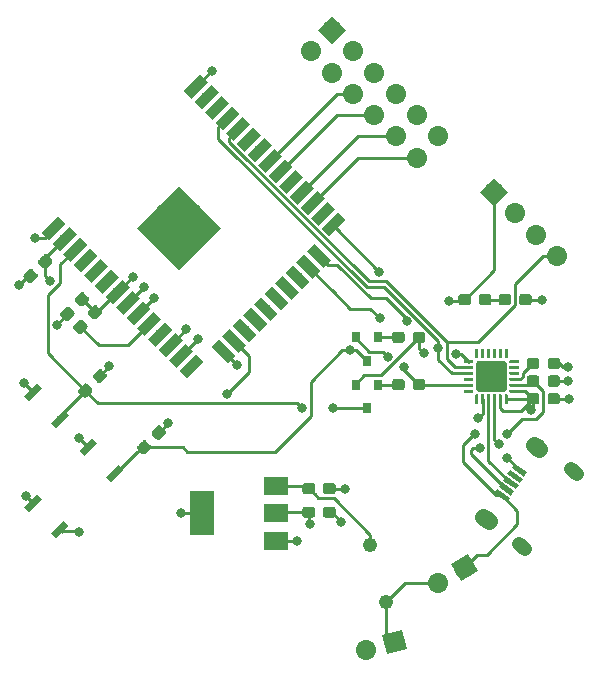
<source format=gbr>
G04 #@! TF.GenerationSoftware,KiCad,Pcbnew,(5.1.4)-1*
G04 #@! TF.CreationDate,2020-04-17T22:35:52+02:00*
G04 #@! TF.ProjectId,Sensorbaustein,53656e73-6f72-4626-9175-737465696e2e,1.7*
G04 #@! TF.SameCoordinates,Original*
G04 #@! TF.FileFunction,Copper,L1,Top*
G04 #@! TF.FilePolarity,Positive*
%FSLAX46Y46*%
G04 Gerber Fmt 4.6, Leading zero omitted, Abs format (unit mm)*
G04 Created by KiCad (PCBNEW (5.1.4)-1) date 2020-04-17 22:35:52*
%MOMM*%
%LPD*%
G04 APERTURE LIST*
%ADD10C,0.100000*%
%ADD11C,0.950000*%
%ADD12C,0.900000*%
%ADD13C,5.000000*%
%ADD14C,0.450000*%
%ADD15C,1.450000*%
%ADD16C,1.450000*%
%ADD17C,1.150000*%
%ADD18C,1.150000*%
%ADD19R,0.800000X0.900000*%
%ADD20C,2.600000*%
%ADD21C,0.250000*%
%ADD22C,1.700000*%
%ADD23C,1.700000*%
%ADD24R,2.000000X3.800000*%
%ADD25R,2.000000X1.500000*%
%ADD26C,1.210000*%
%ADD27C,0.600000*%
%ADD28C,0.800000*%
%ADD29C,0.250000*%
G04 APERTURE END LIST*
D10*
G36*
X122059916Y-104301131D02*
G01*
X122082971Y-104304550D01*
X122105580Y-104310214D01*
X122127524Y-104318066D01*
X122148594Y-104328031D01*
X122168585Y-104340013D01*
X122187305Y-104353897D01*
X122204575Y-104369549D01*
X122540451Y-104705425D01*
X122556103Y-104722695D01*
X122569987Y-104741415D01*
X122581969Y-104761406D01*
X122591934Y-104782476D01*
X122599786Y-104804420D01*
X122605450Y-104827029D01*
X122608869Y-104850084D01*
X122610013Y-104873363D01*
X122608869Y-104896642D01*
X122605450Y-104919697D01*
X122599786Y-104942306D01*
X122591934Y-104964250D01*
X122581969Y-104985320D01*
X122569987Y-105005311D01*
X122556103Y-105024031D01*
X122540451Y-105041301D01*
X122133865Y-105447887D01*
X122116595Y-105463539D01*
X122097875Y-105477423D01*
X122077884Y-105489405D01*
X122056814Y-105499370D01*
X122034870Y-105507222D01*
X122012261Y-105512886D01*
X121989206Y-105516305D01*
X121965927Y-105517449D01*
X121942648Y-105516305D01*
X121919593Y-105512886D01*
X121896984Y-105507222D01*
X121875040Y-105499370D01*
X121853970Y-105489405D01*
X121833979Y-105477423D01*
X121815259Y-105463539D01*
X121797989Y-105447887D01*
X121462113Y-105112011D01*
X121446461Y-105094741D01*
X121432577Y-105076021D01*
X121420595Y-105056030D01*
X121410630Y-105034960D01*
X121402778Y-105013016D01*
X121397114Y-104990407D01*
X121393695Y-104967352D01*
X121392551Y-104944073D01*
X121393695Y-104920794D01*
X121397114Y-104897739D01*
X121402778Y-104875130D01*
X121410630Y-104853186D01*
X121420595Y-104832116D01*
X121432577Y-104812125D01*
X121446461Y-104793405D01*
X121462113Y-104776135D01*
X121868699Y-104369549D01*
X121885969Y-104353897D01*
X121904689Y-104340013D01*
X121924680Y-104328031D01*
X121945750Y-104318066D01*
X121967694Y-104310214D01*
X121990303Y-104304550D01*
X122013358Y-104301131D01*
X122036637Y-104299987D01*
X122059916Y-104301131D01*
X122059916Y-104301131D01*
G37*
D11*
X122001282Y-104908718D03*
D10*
G36*
X123297352Y-103063695D02*
G01*
X123320407Y-103067114D01*
X123343016Y-103072778D01*
X123364960Y-103080630D01*
X123386030Y-103090595D01*
X123406021Y-103102577D01*
X123424741Y-103116461D01*
X123442011Y-103132113D01*
X123777887Y-103467989D01*
X123793539Y-103485259D01*
X123807423Y-103503979D01*
X123819405Y-103523970D01*
X123829370Y-103545040D01*
X123837222Y-103566984D01*
X123842886Y-103589593D01*
X123846305Y-103612648D01*
X123847449Y-103635927D01*
X123846305Y-103659206D01*
X123842886Y-103682261D01*
X123837222Y-103704870D01*
X123829370Y-103726814D01*
X123819405Y-103747884D01*
X123807423Y-103767875D01*
X123793539Y-103786595D01*
X123777887Y-103803865D01*
X123371301Y-104210451D01*
X123354031Y-104226103D01*
X123335311Y-104239987D01*
X123315320Y-104251969D01*
X123294250Y-104261934D01*
X123272306Y-104269786D01*
X123249697Y-104275450D01*
X123226642Y-104278869D01*
X123203363Y-104280013D01*
X123180084Y-104278869D01*
X123157029Y-104275450D01*
X123134420Y-104269786D01*
X123112476Y-104261934D01*
X123091406Y-104251969D01*
X123071415Y-104239987D01*
X123052695Y-104226103D01*
X123035425Y-104210451D01*
X122699549Y-103874575D01*
X122683897Y-103857305D01*
X122670013Y-103838585D01*
X122658031Y-103818594D01*
X122648066Y-103797524D01*
X122640214Y-103775580D01*
X122634550Y-103752971D01*
X122631131Y-103729916D01*
X122629987Y-103706637D01*
X122631131Y-103683358D01*
X122634550Y-103660303D01*
X122640214Y-103637694D01*
X122648066Y-103615750D01*
X122658031Y-103594680D01*
X122670013Y-103574689D01*
X122683897Y-103555969D01*
X122699549Y-103538699D01*
X123106135Y-103132113D01*
X123123405Y-103116461D01*
X123142125Y-103102577D01*
X123162116Y-103090595D01*
X123183186Y-103080630D01*
X123205130Y-103072778D01*
X123227739Y-103067114D01*
X123250794Y-103063695D01*
X123274073Y-103062551D01*
X123297352Y-103063695D01*
X123297352Y-103063695D01*
G37*
D11*
X123238718Y-103671282D03*
D12*
X131773241Y-84552426D03*
D10*
G36*
X131384332Y-85577731D02*
G01*
X130747936Y-84941335D01*
X132162150Y-83527121D01*
X132798546Y-84163517D01*
X131384332Y-85577731D01*
X131384332Y-85577731D01*
G37*
D12*
X132671267Y-85450451D03*
D10*
G36*
X132282358Y-86475756D02*
G01*
X131645962Y-85839360D01*
X133060176Y-84425146D01*
X133696572Y-85061542D01*
X132282358Y-86475756D01*
X132282358Y-86475756D01*
G37*
D12*
X133569292Y-86348477D03*
D10*
G36*
X133180383Y-87373782D02*
G01*
X132543987Y-86737386D01*
X133958201Y-85323172D01*
X134594597Y-85959568D01*
X133180383Y-87373782D01*
X133180383Y-87373782D01*
G37*
D12*
X134467318Y-87246503D03*
D10*
G36*
X134078409Y-88271808D02*
G01*
X133442013Y-87635412D01*
X134856227Y-86221198D01*
X135492623Y-86857594D01*
X134078409Y-88271808D01*
X134078409Y-88271808D01*
G37*
D12*
X135365344Y-88144528D03*
D10*
G36*
X134976435Y-89169833D02*
G01*
X134340039Y-88533437D01*
X135754253Y-87119223D01*
X136390649Y-87755619D01*
X134976435Y-89169833D01*
X134976435Y-89169833D01*
G37*
D12*
X136263369Y-89042554D03*
D10*
G36*
X135874460Y-90067859D02*
G01*
X135238064Y-89431463D01*
X136652278Y-88017249D01*
X137288674Y-88653645D01*
X135874460Y-90067859D01*
X135874460Y-90067859D01*
G37*
D12*
X137161395Y-89940580D03*
D10*
G36*
X136772486Y-90965885D02*
G01*
X136136090Y-90329489D01*
X137550304Y-88915275D01*
X138186700Y-89551671D01*
X136772486Y-90965885D01*
X136772486Y-90965885D01*
G37*
D12*
X138059420Y-90838605D03*
D10*
G36*
X137670511Y-91863910D02*
G01*
X137034115Y-91227514D01*
X138448329Y-89813300D01*
X139084725Y-90449696D01*
X137670511Y-91863910D01*
X137670511Y-91863910D01*
G37*
D12*
X138957446Y-91736631D03*
D10*
G36*
X138568537Y-92761936D02*
G01*
X137932141Y-92125540D01*
X139346355Y-90711326D01*
X139982751Y-91347722D01*
X138568537Y-92761936D01*
X138568537Y-92761936D01*
G37*
D12*
X139855472Y-92634656D03*
D10*
G36*
X139466563Y-93659961D02*
G01*
X138830167Y-93023565D01*
X140244381Y-91609351D01*
X140880777Y-92245747D01*
X139466563Y-93659961D01*
X139466563Y-93659961D01*
G37*
D12*
X140753497Y-93532682D03*
D10*
G36*
X140364588Y-94557987D02*
G01*
X139728192Y-93921591D01*
X141142406Y-92507377D01*
X141778802Y-93143773D01*
X140364588Y-94557987D01*
X140364588Y-94557987D01*
G37*
D12*
X141651523Y-94430708D03*
D10*
G36*
X141262614Y-95456013D02*
G01*
X140626218Y-94819617D01*
X142040432Y-93405403D01*
X142676828Y-94041799D01*
X141262614Y-95456013D01*
X141262614Y-95456013D01*
G37*
D12*
X142549549Y-95328733D03*
D10*
G36*
X142160640Y-96354038D02*
G01*
X141524244Y-95717642D01*
X142938458Y-94303428D01*
X143574854Y-94939824D01*
X142160640Y-96354038D01*
X142160640Y-96354038D01*
G37*
D12*
X143447574Y-96226759D03*
D10*
G36*
X143058665Y-97252064D02*
G01*
X142422269Y-96615668D01*
X143836483Y-95201454D01*
X144472879Y-95837850D01*
X143058665Y-97252064D01*
X143058665Y-97252064D01*
G37*
D12*
X142185389Y-98903158D03*
D10*
G36*
X143210694Y-99292067D02*
G01*
X142574298Y-99928463D01*
X141160084Y-98514249D01*
X141796480Y-97877853D01*
X143210694Y-99292067D01*
X143210694Y-99292067D01*
G37*
D12*
X141287363Y-99801184D03*
D10*
G36*
X142312668Y-100190093D02*
G01*
X141676272Y-100826489D01*
X140262058Y-99412275D01*
X140898454Y-98775879D01*
X142312668Y-100190093D01*
X142312668Y-100190093D01*
G37*
D12*
X140389337Y-100699209D03*
D10*
G36*
X141414642Y-101088118D02*
G01*
X140778246Y-101724514D01*
X139364032Y-100310300D01*
X140000428Y-99673904D01*
X141414642Y-101088118D01*
X141414642Y-101088118D01*
G37*
D12*
X139491312Y-101597235D03*
D10*
G36*
X140516617Y-101986144D02*
G01*
X139880221Y-102622540D01*
X138466007Y-101208326D01*
X139102403Y-100571930D01*
X140516617Y-101986144D01*
X140516617Y-101986144D01*
G37*
D12*
X138593286Y-102495260D03*
D10*
G36*
X139618591Y-102884169D02*
G01*
X138982195Y-103520565D01*
X137567981Y-102106351D01*
X138204377Y-101469955D01*
X139618591Y-102884169D01*
X139618591Y-102884169D01*
G37*
D12*
X137695260Y-103393286D03*
D10*
G36*
X138720565Y-103782195D02*
G01*
X138084169Y-104418591D01*
X136669955Y-103004377D01*
X137306351Y-102367981D01*
X138720565Y-103782195D01*
X138720565Y-103782195D01*
G37*
D12*
X136797235Y-104291312D03*
D10*
G36*
X137822540Y-104680221D02*
G01*
X137186144Y-105316617D01*
X135771930Y-103902403D01*
X136408326Y-103266007D01*
X137822540Y-104680221D01*
X137822540Y-104680221D01*
G37*
D12*
X135899209Y-105189337D03*
D10*
G36*
X136924514Y-105578246D02*
G01*
X136288118Y-106214642D01*
X134873904Y-104800428D01*
X135510300Y-104164032D01*
X136924514Y-105578246D01*
X136924514Y-105578246D01*
G37*
D12*
X135001184Y-106087363D03*
D10*
G36*
X136026489Y-106476272D02*
G01*
X135390093Y-107112668D01*
X133975879Y-105698454D01*
X134612275Y-105062058D01*
X136026489Y-106476272D01*
X136026489Y-106476272D01*
G37*
D12*
X134103158Y-106985389D03*
D10*
G36*
X135128463Y-107374298D02*
G01*
X134492067Y-108010694D01*
X133077853Y-106596480D01*
X133714249Y-105960084D01*
X135128463Y-107374298D01*
X135128463Y-107374298D01*
G37*
D12*
X131426759Y-108247574D03*
D10*
G36*
X131037850Y-109272879D02*
G01*
X130401454Y-108636483D01*
X131815668Y-107222269D01*
X132452064Y-107858665D01*
X131037850Y-109272879D01*
X131037850Y-109272879D01*
G37*
D12*
X130528733Y-107349549D03*
D10*
G36*
X130139824Y-108374854D02*
G01*
X129503428Y-107738458D01*
X130917642Y-106324244D01*
X131554038Y-106960640D01*
X130139824Y-108374854D01*
X130139824Y-108374854D01*
G37*
D12*
X129630708Y-106451523D03*
D10*
G36*
X129241799Y-107476828D02*
G01*
X128605403Y-106840432D01*
X130019617Y-105426218D01*
X130656013Y-106062614D01*
X129241799Y-107476828D01*
X129241799Y-107476828D01*
G37*
D12*
X128732682Y-105553497D03*
D10*
G36*
X128343773Y-106578802D02*
G01*
X127707377Y-105942406D01*
X129121591Y-104528192D01*
X129757987Y-105164588D01*
X128343773Y-106578802D01*
X128343773Y-106578802D01*
G37*
D12*
X127834656Y-104655472D03*
D10*
G36*
X127445747Y-105680777D02*
G01*
X126809351Y-105044381D01*
X128223565Y-103630167D01*
X128859961Y-104266563D01*
X127445747Y-105680777D01*
X127445747Y-105680777D01*
G37*
D12*
X126936631Y-103757446D03*
D10*
G36*
X126547722Y-104782751D02*
G01*
X125911326Y-104146355D01*
X127325540Y-102732141D01*
X127961936Y-103368537D01*
X126547722Y-104782751D01*
X126547722Y-104782751D01*
G37*
D12*
X126038605Y-102859420D03*
D10*
G36*
X125649696Y-103884725D02*
G01*
X125013300Y-103248329D01*
X126427514Y-101834115D01*
X127063910Y-102470511D01*
X125649696Y-103884725D01*
X125649696Y-103884725D01*
G37*
D12*
X125140580Y-101961395D03*
D10*
G36*
X124751671Y-102986700D02*
G01*
X124115275Y-102350304D01*
X125529489Y-100936090D01*
X126165885Y-101572486D01*
X124751671Y-102986700D01*
X124751671Y-102986700D01*
G37*
D12*
X124242554Y-101063369D03*
D10*
G36*
X123853645Y-102088674D02*
G01*
X123217249Y-101452278D01*
X124631463Y-100038064D01*
X125267859Y-100674460D01*
X123853645Y-102088674D01*
X123853645Y-102088674D01*
G37*
D12*
X123344528Y-100165344D03*
D10*
G36*
X122955619Y-101190649D02*
G01*
X122319223Y-100554253D01*
X123733437Y-99140039D01*
X124369833Y-99776435D01*
X122955619Y-101190649D01*
X122955619Y-101190649D01*
G37*
D12*
X122446503Y-99267318D03*
D10*
G36*
X122057594Y-100292623D02*
G01*
X121421198Y-99656227D01*
X122835412Y-98242013D01*
X123471808Y-98878409D01*
X122057594Y-100292623D01*
X122057594Y-100292623D01*
G37*
D12*
X121548477Y-98369292D03*
D10*
G36*
X121159568Y-99394597D02*
G01*
X120523172Y-98758201D01*
X121937386Y-97343987D01*
X122573782Y-97980383D01*
X121159568Y-99394597D01*
X121159568Y-99394597D01*
G37*
D12*
X120650451Y-97471267D03*
D10*
G36*
X120261542Y-98496572D02*
G01*
X119625146Y-97860176D01*
X121039360Y-96445962D01*
X121675756Y-97082358D01*
X120261542Y-98496572D01*
X120261542Y-98496572D01*
G37*
D12*
X119752426Y-96573241D03*
D10*
G36*
X119363517Y-97598546D02*
G01*
X118727121Y-96962150D01*
X120141335Y-95547936D01*
X120777731Y-96184332D01*
X119363517Y-97598546D01*
X119363517Y-97598546D01*
G37*
D13*
X130359028Y-96573241D03*
D10*
G36*
X130359028Y-100108775D02*
G01*
X126823494Y-96573241D01*
X130359028Y-93037707D01*
X133894562Y-96573241D01*
X130359028Y-100108775D01*
X130359028Y-100108775D01*
G37*
D14*
X157697962Y-119175102D03*
D10*
G36*
X158101356Y-119732236D02*
G01*
X157036458Y-118986587D01*
X157294568Y-118617968D01*
X158359466Y-119363617D01*
X158101356Y-119732236D01*
X158101356Y-119732236D01*
G37*
D14*
X158070786Y-118642654D03*
D10*
G36*
X158474180Y-119199788D02*
G01*
X157409282Y-118454139D01*
X157667392Y-118085520D01*
X158732290Y-118831169D01*
X158474180Y-119199788D01*
X158474180Y-119199788D01*
G37*
D14*
X158443611Y-118110205D03*
D10*
G36*
X158847005Y-118667339D02*
G01*
X157782107Y-117921690D01*
X158040217Y-117553071D01*
X159105115Y-118298720D01*
X158847005Y-118667339D01*
X158847005Y-118667339D01*
G37*
D14*
X158816436Y-117577756D03*
D10*
G36*
X159219830Y-118134890D02*
G01*
X158154932Y-117389241D01*
X158413042Y-117020622D01*
X159477940Y-117766271D01*
X159219830Y-118134890D01*
X159219830Y-118134890D01*
G37*
D14*
X159189260Y-117045307D03*
D10*
G36*
X159592654Y-117602441D02*
G01*
X158527756Y-116856792D01*
X158785866Y-116488173D01*
X159850764Y-117233822D01*
X159592654Y-117602441D01*
X159592654Y-117602441D01*
G37*
D15*
X156347996Y-121190225D03*
D16*
X156122729Y-121032491D02*
X156573263Y-121347959D01*
D15*
X160621141Y-115087542D03*
D16*
X160395874Y-114929808D02*
X160846408Y-115245276D01*
D17*
X159374738Y-123492688D03*
D18*
X159108514Y-123306276D02*
X159640962Y-123679100D01*
D17*
X163819955Y-117144260D03*
D18*
X163553731Y-116957848D02*
X164086179Y-117330672D01*
D19*
X147200000Y-109800000D03*
X145300000Y-109800000D03*
X146250000Y-111800000D03*
X147200000Y-105800000D03*
X145300000Y-105800000D03*
X146250000Y-107800000D03*
D10*
G36*
X157874504Y-107801204D02*
G01*
X157898773Y-107804804D01*
X157922571Y-107810765D01*
X157945671Y-107819030D01*
X157967849Y-107829520D01*
X157988893Y-107842133D01*
X158008598Y-107856747D01*
X158026777Y-107873223D01*
X158043253Y-107891402D01*
X158057867Y-107911107D01*
X158070480Y-107932151D01*
X158080970Y-107954329D01*
X158089235Y-107977429D01*
X158095196Y-108001227D01*
X158098796Y-108025496D01*
X158100000Y-108050000D01*
X158100000Y-110150000D01*
X158098796Y-110174504D01*
X158095196Y-110198773D01*
X158089235Y-110222571D01*
X158080970Y-110245671D01*
X158070480Y-110267849D01*
X158057867Y-110288893D01*
X158043253Y-110308598D01*
X158026777Y-110326777D01*
X158008598Y-110343253D01*
X157988893Y-110357867D01*
X157967849Y-110370480D01*
X157945671Y-110380970D01*
X157922571Y-110389235D01*
X157898773Y-110395196D01*
X157874504Y-110398796D01*
X157850000Y-110400000D01*
X155750000Y-110400000D01*
X155725496Y-110398796D01*
X155701227Y-110395196D01*
X155677429Y-110389235D01*
X155654329Y-110380970D01*
X155632151Y-110370480D01*
X155611107Y-110357867D01*
X155591402Y-110343253D01*
X155573223Y-110326777D01*
X155556747Y-110308598D01*
X155542133Y-110288893D01*
X155529520Y-110267849D01*
X155519030Y-110245671D01*
X155510765Y-110222571D01*
X155504804Y-110198773D01*
X155501204Y-110174504D01*
X155500000Y-110150000D01*
X155500000Y-108050000D01*
X155501204Y-108025496D01*
X155504804Y-108001227D01*
X155510765Y-107977429D01*
X155519030Y-107954329D01*
X155529520Y-107932151D01*
X155542133Y-107911107D01*
X155556747Y-107891402D01*
X155573223Y-107873223D01*
X155591402Y-107856747D01*
X155611107Y-107842133D01*
X155632151Y-107829520D01*
X155654329Y-107819030D01*
X155677429Y-107810765D01*
X155701227Y-107804804D01*
X155725496Y-107801204D01*
X155750000Y-107800000D01*
X157850000Y-107800000D01*
X157874504Y-107801204D01*
X157874504Y-107801204D01*
G37*
D20*
X156800000Y-109100000D03*
D10*
G36*
X155618626Y-110625301D02*
G01*
X155624693Y-110626201D01*
X155630643Y-110627691D01*
X155636418Y-110629758D01*
X155641962Y-110632380D01*
X155647223Y-110635533D01*
X155652150Y-110639187D01*
X155656694Y-110643306D01*
X155660813Y-110647850D01*
X155664467Y-110652777D01*
X155667620Y-110658038D01*
X155670242Y-110663582D01*
X155672309Y-110669357D01*
X155673799Y-110675307D01*
X155674699Y-110681374D01*
X155675000Y-110687500D01*
X155675000Y-111387500D01*
X155674699Y-111393626D01*
X155673799Y-111399693D01*
X155672309Y-111405643D01*
X155670242Y-111411418D01*
X155667620Y-111416962D01*
X155664467Y-111422223D01*
X155660813Y-111427150D01*
X155656694Y-111431694D01*
X155652150Y-111435813D01*
X155647223Y-111439467D01*
X155641962Y-111442620D01*
X155636418Y-111445242D01*
X155630643Y-111447309D01*
X155624693Y-111448799D01*
X155618626Y-111449699D01*
X155612500Y-111450000D01*
X155487500Y-111450000D01*
X155481374Y-111449699D01*
X155475307Y-111448799D01*
X155469357Y-111447309D01*
X155463582Y-111445242D01*
X155458038Y-111442620D01*
X155452777Y-111439467D01*
X155447850Y-111435813D01*
X155443306Y-111431694D01*
X155439187Y-111427150D01*
X155435533Y-111422223D01*
X155432380Y-111416962D01*
X155429758Y-111411418D01*
X155427691Y-111405643D01*
X155426201Y-111399693D01*
X155425301Y-111393626D01*
X155425000Y-111387500D01*
X155425000Y-110687500D01*
X155425301Y-110681374D01*
X155426201Y-110675307D01*
X155427691Y-110669357D01*
X155429758Y-110663582D01*
X155432380Y-110658038D01*
X155435533Y-110652777D01*
X155439187Y-110647850D01*
X155443306Y-110643306D01*
X155447850Y-110639187D01*
X155452777Y-110635533D01*
X155458038Y-110632380D01*
X155463582Y-110629758D01*
X155469357Y-110627691D01*
X155475307Y-110626201D01*
X155481374Y-110625301D01*
X155487500Y-110625000D01*
X155612500Y-110625000D01*
X155618626Y-110625301D01*
X155618626Y-110625301D01*
G37*
D21*
X155550000Y-111037500D03*
D10*
G36*
X156118626Y-110625301D02*
G01*
X156124693Y-110626201D01*
X156130643Y-110627691D01*
X156136418Y-110629758D01*
X156141962Y-110632380D01*
X156147223Y-110635533D01*
X156152150Y-110639187D01*
X156156694Y-110643306D01*
X156160813Y-110647850D01*
X156164467Y-110652777D01*
X156167620Y-110658038D01*
X156170242Y-110663582D01*
X156172309Y-110669357D01*
X156173799Y-110675307D01*
X156174699Y-110681374D01*
X156175000Y-110687500D01*
X156175000Y-111387500D01*
X156174699Y-111393626D01*
X156173799Y-111399693D01*
X156172309Y-111405643D01*
X156170242Y-111411418D01*
X156167620Y-111416962D01*
X156164467Y-111422223D01*
X156160813Y-111427150D01*
X156156694Y-111431694D01*
X156152150Y-111435813D01*
X156147223Y-111439467D01*
X156141962Y-111442620D01*
X156136418Y-111445242D01*
X156130643Y-111447309D01*
X156124693Y-111448799D01*
X156118626Y-111449699D01*
X156112500Y-111450000D01*
X155987500Y-111450000D01*
X155981374Y-111449699D01*
X155975307Y-111448799D01*
X155969357Y-111447309D01*
X155963582Y-111445242D01*
X155958038Y-111442620D01*
X155952777Y-111439467D01*
X155947850Y-111435813D01*
X155943306Y-111431694D01*
X155939187Y-111427150D01*
X155935533Y-111422223D01*
X155932380Y-111416962D01*
X155929758Y-111411418D01*
X155927691Y-111405643D01*
X155926201Y-111399693D01*
X155925301Y-111393626D01*
X155925000Y-111387500D01*
X155925000Y-110687500D01*
X155925301Y-110681374D01*
X155926201Y-110675307D01*
X155927691Y-110669357D01*
X155929758Y-110663582D01*
X155932380Y-110658038D01*
X155935533Y-110652777D01*
X155939187Y-110647850D01*
X155943306Y-110643306D01*
X155947850Y-110639187D01*
X155952777Y-110635533D01*
X155958038Y-110632380D01*
X155963582Y-110629758D01*
X155969357Y-110627691D01*
X155975307Y-110626201D01*
X155981374Y-110625301D01*
X155987500Y-110625000D01*
X156112500Y-110625000D01*
X156118626Y-110625301D01*
X156118626Y-110625301D01*
G37*
D21*
X156050000Y-111037500D03*
D10*
G36*
X156618626Y-110625301D02*
G01*
X156624693Y-110626201D01*
X156630643Y-110627691D01*
X156636418Y-110629758D01*
X156641962Y-110632380D01*
X156647223Y-110635533D01*
X156652150Y-110639187D01*
X156656694Y-110643306D01*
X156660813Y-110647850D01*
X156664467Y-110652777D01*
X156667620Y-110658038D01*
X156670242Y-110663582D01*
X156672309Y-110669357D01*
X156673799Y-110675307D01*
X156674699Y-110681374D01*
X156675000Y-110687500D01*
X156675000Y-111387500D01*
X156674699Y-111393626D01*
X156673799Y-111399693D01*
X156672309Y-111405643D01*
X156670242Y-111411418D01*
X156667620Y-111416962D01*
X156664467Y-111422223D01*
X156660813Y-111427150D01*
X156656694Y-111431694D01*
X156652150Y-111435813D01*
X156647223Y-111439467D01*
X156641962Y-111442620D01*
X156636418Y-111445242D01*
X156630643Y-111447309D01*
X156624693Y-111448799D01*
X156618626Y-111449699D01*
X156612500Y-111450000D01*
X156487500Y-111450000D01*
X156481374Y-111449699D01*
X156475307Y-111448799D01*
X156469357Y-111447309D01*
X156463582Y-111445242D01*
X156458038Y-111442620D01*
X156452777Y-111439467D01*
X156447850Y-111435813D01*
X156443306Y-111431694D01*
X156439187Y-111427150D01*
X156435533Y-111422223D01*
X156432380Y-111416962D01*
X156429758Y-111411418D01*
X156427691Y-111405643D01*
X156426201Y-111399693D01*
X156425301Y-111393626D01*
X156425000Y-111387500D01*
X156425000Y-110687500D01*
X156425301Y-110681374D01*
X156426201Y-110675307D01*
X156427691Y-110669357D01*
X156429758Y-110663582D01*
X156432380Y-110658038D01*
X156435533Y-110652777D01*
X156439187Y-110647850D01*
X156443306Y-110643306D01*
X156447850Y-110639187D01*
X156452777Y-110635533D01*
X156458038Y-110632380D01*
X156463582Y-110629758D01*
X156469357Y-110627691D01*
X156475307Y-110626201D01*
X156481374Y-110625301D01*
X156487500Y-110625000D01*
X156612500Y-110625000D01*
X156618626Y-110625301D01*
X156618626Y-110625301D01*
G37*
D21*
X156550000Y-111037500D03*
D10*
G36*
X157118626Y-110625301D02*
G01*
X157124693Y-110626201D01*
X157130643Y-110627691D01*
X157136418Y-110629758D01*
X157141962Y-110632380D01*
X157147223Y-110635533D01*
X157152150Y-110639187D01*
X157156694Y-110643306D01*
X157160813Y-110647850D01*
X157164467Y-110652777D01*
X157167620Y-110658038D01*
X157170242Y-110663582D01*
X157172309Y-110669357D01*
X157173799Y-110675307D01*
X157174699Y-110681374D01*
X157175000Y-110687500D01*
X157175000Y-111387500D01*
X157174699Y-111393626D01*
X157173799Y-111399693D01*
X157172309Y-111405643D01*
X157170242Y-111411418D01*
X157167620Y-111416962D01*
X157164467Y-111422223D01*
X157160813Y-111427150D01*
X157156694Y-111431694D01*
X157152150Y-111435813D01*
X157147223Y-111439467D01*
X157141962Y-111442620D01*
X157136418Y-111445242D01*
X157130643Y-111447309D01*
X157124693Y-111448799D01*
X157118626Y-111449699D01*
X157112500Y-111450000D01*
X156987500Y-111450000D01*
X156981374Y-111449699D01*
X156975307Y-111448799D01*
X156969357Y-111447309D01*
X156963582Y-111445242D01*
X156958038Y-111442620D01*
X156952777Y-111439467D01*
X156947850Y-111435813D01*
X156943306Y-111431694D01*
X156939187Y-111427150D01*
X156935533Y-111422223D01*
X156932380Y-111416962D01*
X156929758Y-111411418D01*
X156927691Y-111405643D01*
X156926201Y-111399693D01*
X156925301Y-111393626D01*
X156925000Y-111387500D01*
X156925000Y-110687500D01*
X156925301Y-110681374D01*
X156926201Y-110675307D01*
X156927691Y-110669357D01*
X156929758Y-110663582D01*
X156932380Y-110658038D01*
X156935533Y-110652777D01*
X156939187Y-110647850D01*
X156943306Y-110643306D01*
X156947850Y-110639187D01*
X156952777Y-110635533D01*
X156958038Y-110632380D01*
X156963582Y-110629758D01*
X156969357Y-110627691D01*
X156975307Y-110626201D01*
X156981374Y-110625301D01*
X156987500Y-110625000D01*
X157112500Y-110625000D01*
X157118626Y-110625301D01*
X157118626Y-110625301D01*
G37*
D21*
X157050000Y-111037500D03*
D10*
G36*
X157618626Y-110625301D02*
G01*
X157624693Y-110626201D01*
X157630643Y-110627691D01*
X157636418Y-110629758D01*
X157641962Y-110632380D01*
X157647223Y-110635533D01*
X157652150Y-110639187D01*
X157656694Y-110643306D01*
X157660813Y-110647850D01*
X157664467Y-110652777D01*
X157667620Y-110658038D01*
X157670242Y-110663582D01*
X157672309Y-110669357D01*
X157673799Y-110675307D01*
X157674699Y-110681374D01*
X157675000Y-110687500D01*
X157675000Y-111387500D01*
X157674699Y-111393626D01*
X157673799Y-111399693D01*
X157672309Y-111405643D01*
X157670242Y-111411418D01*
X157667620Y-111416962D01*
X157664467Y-111422223D01*
X157660813Y-111427150D01*
X157656694Y-111431694D01*
X157652150Y-111435813D01*
X157647223Y-111439467D01*
X157641962Y-111442620D01*
X157636418Y-111445242D01*
X157630643Y-111447309D01*
X157624693Y-111448799D01*
X157618626Y-111449699D01*
X157612500Y-111450000D01*
X157487500Y-111450000D01*
X157481374Y-111449699D01*
X157475307Y-111448799D01*
X157469357Y-111447309D01*
X157463582Y-111445242D01*
X157458038Y-111442620D01*
X157452777Y-111439467D01*
X157447850Y-111435813D01*
X157443306Y-111431694D01*
X157439187Y-111427150D01*
X157435533Y-111422223D01*
X157432380Y-111416962D01*
X157429758Y-111411418D01*
X157427691Y-111405643D01*
X157426201Y-111399693D01*
X157425301Y-111393626D01*
X157425000Y-111387500D01*
X157425000Y-110687500D01*
X157425301Y-110681374D01*
X157426201Y-110675307D01*
X157427691Y-110669357D01*
X157429758Y-110663582D01*
X157432380Y-110658038D01*
X157435533Y-110652777D01*
X157439187Y-110647850D01*
X157443306Y-110643306D01*
X157447850Y-110639187D01*
X157452777Y-110635533D01*
X157458038Y-110632380D01*
X157463582Y-110629758D01*
X157469357Y-110627691D01*
X157475307Y-110626201D01*
X157481374Y-110625301D01*
X157487500Y-110625000D01*
X157612500Y-110625000D01*
X157618626Y-110625301D01*
X157618626Y-110625301D01*
G37*
D21*
X157550000Y-111037500D03*
D10*
G36*
X158118626Y-110625301D02*
G01*
X158124693Y-110626201D01*
X158130643Y-110627691D01*
X158136418Y-110629758D01*
X158141962Y-110632380D01*
X158147223Y-110635533D01*
X158152150Y-110639187D01*
X158156694Y-110643306D01*
X158160813Y-110647850D01*
X158164467Y-110652777D01*
X158167620Y-110658038D01*
X158170242Y-110663582D01*
X158172309Y-110669357D01*
X158173799Y-110675307D01*
X158174699Y-110681374D01*
X158175000Y-110687500D01*
X158175000Y-111387500D01*
X158174699Y-111393626D01*
X158173799Y-111399693D01*
X158172309Y-111405643D01*
X158170242Y-111411418D01*
X158167620Y-111416962D01*
X158164467Y-111422223D01*
X158160813Y-111427150D01*
X158156694Y-111431694D01*
X158152150Y-111435813D01*
X158147223Y-111439467D01*
X158141962Y-111442620D01*
X158136418Y-111445242D01*
X158130643Y-111447309D01*
X158124693Y-111448799D01*
X158118626Y-111449699D01*
X158112500Y-111450000D01*
X157987500Y-111450000D01*
X157981374Y-111449699D01*
X157975307Y-111448799D01*
X157969357Y-111447309D01*
X157963582Y-111445242D01*
X157958038Y-111442620D01*
X157952777Y-111439467D01*
X157947850Y-111435813D01*
X157943306Y-111431694D01*
X157939187Y-111427150D01*
X157935533Y-111422223D01*
X157932380Y-111416962D01*
X157929758Y-111411418D01*
X157927691Y-111405643D01*
X157926201Y-111399693D01*
X157925301Y-111393626D01*
X157925000Y-111387500D01*
X157925000Y-110687500D01*
X157925301Y-110681374D01*
X157926201Y-110675307D01*
X157927691Y-110669357D01*
X157929758Y-110663582D01*
X157932380Y-110658038D01*
X157935533Y-110652777D01*
X157939187Y-110647850D01*
X157943306Y-110643306D01*
X157947850Y-110639187D01*
X157952777Y-110635533D01*
X157958038Y-110632380D01*
X157963582Y-110629758D01*
X157969357Y-110627691D01*
X157975307Y-110626201D01*
X157981374Y-110625301D01*
X157987500Y-110625000D01*
X158112500Y-110625000D01*
X158118626Y-110625301D01*
X158118626Y-110625301D01*
G37*
D21*
X158050000Y-111037500D03*
D10*
G36*
X159093626Y-110225301D02*
G01*
X159099693Y-110226201D01*
X159105643Y-110227691D01*
X159111418Y-110229758D01*
X159116962Y-110232380D01*
X159122223Y-110235533D01*
X159127150Y-110239187D01*
X159131694Y-110243306D01*
X159135813Y-110247850D01*
X159139467Y-110252777D01*
X159142620Y-110258038D01*
X159145242Y-110263582D01*
X159147309Y-110269357D01*
X159148799Y-110275307D01*
X159149699Y-110281374D01*
X159150000Y-110287500D01*
X159150000Y-110412500D01*
X159149699Y-110418626D01*
X159148799Y-110424693D01*
X159147309Y-110430643D01*
X159145242Y-110436418D01*
X159142620Y-110441962D01*
X159139467Y-110447223D01*
X159135813Y-110452150D01*
X159131694Y-110456694D01*
X159127150Y-110460813D01*
X159122223Y-110464467D01*
X159116962Y-110467620D01*
X159111418Y-110470242D01*
X159105643Y-110472309D01*
X159099693Y-110473799D01*
X159093626Y-110474699D01*
X159087500Y-110475000D01*
X158387500Y-110475000D01*
X158381374Y-110474699D01*
X158375307Y-110473799D01*
X158369357Y-110472309D01*
X158363582Y-110470242D01*
X158358038Y-110467620D01*
X158352777Y-110464467D01*
X158347850Y-110460813D01*
X158343306Y-110456694D01*
X158339187Y-110452150D01*
X158335533Y-110447223D01*
X158332380Y-110441962D01*
X158329758Y-110436418D01*
X158327691Y-110430643D01*
X158326201Y-110424693D01*
X158325301Y-110418626D01*
X158325000Y-110412500D01*
X158325000Y-110287500D01*
X158325301Y-110281374D01*
X158326201Y-110275307D01*
X158327691Y-110269357D01*
X158329758Y-110263582D01*
X158332380Y-110258038D01*
X158335533Y-110252777D01*
X158339187Y-110247850D01*
X158343306Y-110243306D01*
X158347850Y-110239187D01*
X158352777Y-110235533D01*
X158358038Y-110232380D01*
X158363582Y-110229758D01*
X158369357Y-110227691D01*
X158375307Y-110226201D01*
X158381374Y-110225301D01*
X158387500Y-110225000D01*
X159087500Y-110225000D01*
X159093626Y-110225301D01*
X159093626Y-110225301D01*
G37*
D21*
X158737500Y-110350000D03*
D10*
G36*
X159093626Y-109725301D02*
G01*
X159099693Y-109726201D01*
X159105643Y-109727691D01*
X159111418Y-109729758D01*
X159116962Y-109732380D01*
X159122223Y-109735533D01*
X159127150Y-109739187D01*
X159131694Y-109743306D01*
X159135813Y-109747850D01*
X159139467Y-109752777D01*
X159142620Y-109758038D01*
X159145242Y-109763582D01*
X159147309Y-109769357D01*
X159148799Y-109775307D01*
X159149699Y-109781374D01*
X159150000Y-109787500D01*
X159150000Y-109912500D01*
X159149699Y-109918626D01*
X159148799Y-109924693D01*
X159147309Y-109930643D01*
X159145242Y-109936418D01*
X159142620Y-109941962D01*
X159139467Y-109947223D01*
X159135813Y-109952150D01*
X159131694Y-109956694D01*
X159127150Y-109960813D01*
X159122223Y-109964467D01*
X159116962Y-109967620D01*
X159111418Y-109970242D01*
X159105643Y-109972309D01*
X159099693Y-109973799D01*
X159093626Y-109974699D01*
X159087500Y-109975000D01*
X158387500Y-109975000D01*
X158381374Y-109974699D01*
X158375307Y-109973799D01*
X158369357Y-109972309D01*
X158363582Y-109970242D01*
X158358038Y-109967620D01*
X158352777Y-109964467D01*
X158347850Y-109960813D01*
X158343306Y-109956694D01*
X158339187Y-109952150D01*
X158335533Y-109947223D01*
X158332380Y-109941962D01*
X158329758Y-109936418D01*
X158327691Y-109930643D01*
X158326201Y-109924693D01*
X158325301Y-109918626D01*
X158325000Y-109912500D01*
X158325000Y-109787500D01*
X158325301Y-109781374D01*
X158326201Y-109775307D01*
X158327691Y-109769357D01*
X158329758Y-109763582D01*
X158332380Y-109758038D01*
X158335533Y-109752777D01*
X158339187Y-109747850D01*
X158343306Y-109743306D01*
X158347850Y-109739187D01*
X158352777Y-109735533D01*
X158358038Y-109732380D01*
X158363582Y-109729758D01*
X158369357Y-109727691D01*
X158375307Y-109726201D01*
X158381374Y-109725301D01*
X158387500Y-109725000D01*
X159087500Y-109725000D01*
X159093626Y-109725301D01*
X159093626Y-109725301D01*
G37*
D21*
X158737500Y-109850000D03*
D10*
G36*
X159093626Y-109225301D02*
G01*
X159099693Y-109226201D01*
X159105643Y-109227691D01*
X159111418Y-109229758D01*
X159116962Y-109232380D01*
X159122223Y-109235533D01*
X159127150Y-109239187D01*
X159131694Y-109243306D01*
X159135813Y-109247850D01*
X159139467Y-109252777D01*
X159142620Y-109258038D01*
X159145242Y-109263582D01*
X159147309Y-109269357D01*
X159148799Y-109275307D01*
X159149699Y-109281374D01*
X159150000Y-109287500D01*
X159150000Y-109412500D01*
X159149699Y-109418626D01*
X159148799Y-109424693D01*
X159147309Y-109430643D01*
X159145242Y-109436418D01*
X159142620Y-109441962D01*
X159139467Y-109447223D01*
X159135813Y-109452150D01*
X159131694Y-109456694D01*
X159127150Y-109460813D01*
X159122223Y-109464467D01*
X159116962Y-109467620D01*
X159111418Y-109470242D01*
X159105643Y-109472309D01*
X159099693Y-109473799D01*
X159093626Y-109474699D01*
X159087500Y-109475000D01*
X158387500Y-109475000D01*
X158381374Y-109474699D01*
X158375307Y-109473799D01*
X158369357Y-109472309D01*
X158363582Y-109470242D01*
X158358038Y-109467620D01*
X158352777Y-109464467D01*
X158347850Y-109460813D01*
X158343306Y-109456694D01*
X158339187Y-109452150D01*
X158335533Y-109447223D01*
X158332380Y-109441962D01*
X158329758Y-109436418D01*
X158327691Y-109430643D01*
X158326201Y-109424693D01*
X158325301Y-109418626D01*
X158325000Y-109412500D01*
X158325000Y-109287500D01*
X158325301Y-109281374D01*
X158326201Y-109275307D01*
X158327691Y-109269357D01*
X158329758Y-109263582D01*
X158332380Y-109258038D01*
X158335533Y-109252777D01*
X158339187Y-109247850D01*
X158343306Y-109243306D01*
X158347850Y-109239187D01*
X158352777Y-109235533D01*
X158358038Y-109232380D01*
X158363582Y-109229758D01*
X158369357Y-109227691D01*
X158375307Y-109226201D01*
X158381374Y-109225301D01*
X158387500Y-109225000D01*
X159087500Y-109225000D01*
X159093626Y-109225301D01*
X159093626Y-109225301D01*
G37*
D21*
X158737500Y-109350000D03*
D10*
G36*
X159093626Y-108725301D02*
G01*
X159099693Y-108726201D01*
X159105643Y-108727691D01*
X159111418Y-108729758D01*
X159116962Y-108732380D01*
X159122223Y-108735533D01*
X159127150Y-108739187D01*
X159131694Y-108743306D01*
X159135813Y-108747850D01*
X159139467Y-108752777D01*
X159142620Y-108758038D01*
X159145242Y-108763582D01*
X159147309Y-108769357D01*
X159148799Y-108775307D01*
X159149699Y-108781374D01*
X159150000Y-108787500D01*
X159150000Y-108912500D01*
X159149699Y-108918626D01*
X159148799Y-108924693D01*
X159147309Y-108930643D01*
X159145242Y-108936418D01*
X159142620Y-108941962D01*
X159139467Y-108947223D01*
X159135813Y-108952150D01*
X159131694Y-108956694D01*
X159127150Y-108960813D01*
X159122223Y-108964467D01*
X159116962Y-108967620D01*
X159111418Y-108970242D01*
X159105643Y-108972309D01*
X159099693Y-108973799D01*
X159093626Y-108974699D01*
X159087500Y-108975000D01*
X158387500Y-108975000D01*
X158381374Y-108974699D01*
X158375307Y-108973799D01*
X158369357Y-108972309D01*
X158363582Y-108970242D01*
X158358038Y-108967620D01*
X158352777Y-108964467D01*
X158347850Y-108960813D01*
X158343306Y-108956694D01*
X158339187Y-108952150D01*
X158335533Y-108947223D01*
X158332380Y-108941962D01*
X158329758Y-108936418D01*
X158327691Y-108930643D01*
X158326201Y-108924693D01*
X158325301Y-108918626D01*
X158325000Y-108912500D01*
X158325000Y-108787500D01*
X158325301Y-108781374D01*
X158326201Y-108775307D01*
X158327691Y-108769357D01*
X158329758Y-108763582D01*
X158332380Y-108758038D01*
X158335533Y-108752777D01*
X158339187Y-108747850D01*
X158343306Y-108743306D01*
X158347850Y-108739187D01*
X158352777Y-108735533D01*
X158358038Y-108732380D01*
X158363582Y-108729758D01*
X158369357Y-108727691D01*
X158375307Y-108726201D01*
X158381374Y-108725301D01*
X158387500Y-108725000D01*
X159087500Y-108725000D01*
X159093626Y-108725301D01*
X159093626Y-108725301D01*
G37*
D21*
X158737500Y-108850000D03*
D10*
G36*
X159093626Y-108225301D02*
G01*
X159099693Y-108226201D01*
X159105643Y-108227691D01*
X159111418Y-108229758D01*
X159116962Y-108232380D01*
X159122223Y-108235533D01*
X159127150Y-108239187D01*
X159131694Y-108243306D01*
X159135813Y-108247850D01*
X159139467Y-108252777D01*
X159142620Y-108258038D01*
X159145242Y-108263582D01*
X159147309Y-108269357D01*
X159148799Y-108275307D01*
X159149699Y-108281374D01*
X159150000Y-108287500D01*
X159150000Y-108412500D01*
X159149699Y-108418626D01*
X159148799Y-108424693D01*
X159147309Y-108430643D01*
X159145242Y-108436418D01*
X159142620Y-108441962D01*
X159139467Y-108447223D01*
X159135813Y-108452150D01*
X159131694Y-108456694D01*
X159127150Y-108460813D01*
X159122223Y-108464467D01*
X159116962Y-108467620D01*
X159111418Y-108470242D01*
X159105643Y-108472309D01*
X159099693Y-108473799D01*
X159093626Y-108474699D01*
X159087500Y-108475000D01*
X158387500Y-108475000D01*
X158381374Y-108474699D01*
X158375307Y-108473799D01*
X158369357Y-108472309D01*
X158363582Y-108470242D01*
X158358038Y-108467620D01*
X158352777Y-108464467D01*
X158347850Y-108460813D01*
X158343306Y-108456694D01*
X158339187Y-108452150D01*
X158335533Y-108447223D01*
X158332380Y-108441962D01*
X158329758Y-108436418D01*
X158327691Y-108430643D01*
X158326201Y-108424693D01*
X158325301Y-108418626D01*
X158325000Y-108412500D01*
X158325000Y-108287500D01*
X158325301Y-108281374D01*
X158326201Y-108275307D01*
X158327691Y-108269357D01*
X158329758Y-108263582D01*
X158332380Y-108258038D01*
X158335533Y-108252777D01*
X158339187Y-108247850D01*
X158343306Y-108243306D01*
X158347850Y-108239187D01*
X158352777Y-108235533D01*
X158358038Y-108232380D01*
X158363582Y-108229758D01*
X158369357Y-108227691D01*
X158375307Y-108226201D01*
X158381374Y-108225301D01*
X158387500Y-108225000D01*
X159087500Y-108225000D01*
X159093626Y-108225301D01*
X159093626Y-108225301D01*
G37*
D21*
X158737500Y-108350000D03*
D10*
G36*
X159093626Y-107725301D02*
G01*
X159099693Y-107726201D01*
X159105643Y-107727691D01*
X159111418Y-107729758D01*
X159116962Y-107732380D01*
X159122223Y-107735533D01*
X159127150Y-107739187D01*
X159131694Y-107743306D01*
X159135813Y-107747850D01*
X159139467Y-107752777D01*
X159142620Y-107758038D01*
X159145242Y-107763582D01*
X159147309Y-107769357D01*
X159148799Y-107775307D01*
X159149699Y-107781374D01*
X159150000Y-107787500D01*
X159150000Y-107912500D01*
X159149699Y-107918626D01*
X159148799Y-107924693D01*
X159147309Y-107930643D01*
X159145242Y-107936418D01*
X159142620Y-107941962D01*
X159139467Y-107947223D01*
X159135813Y-107952150D01*
X159131694Y-107956694D01*
X159127150Y-107960813D01*
X159122223Y-107964467D01*
X159116962Y-107967620D01*
X159111418Y-107970242D01*
X159105643Y-107972309D01*
X159099693Y-107973799D01*
X159093626Y-107974699D01*
X159087500Y-107975000D01*
X158387500Y-107975000D01*
X158381374Y-107974699D01*
X158375307Y-107973799D01*
X158369357Y-107972309D01*
X158363582Y-107970242D01*
X158358038Y-107967620D01*
X158352777Y-107964467D01*
X158347850Y-107960813D01*
X158343306Y-107956694D01*
X158339187Y-107952150D01*
X158335533Y-107947223D01*
X158332380Y-107941962D01*
X158329758Y-107936418D01*
X158327691Y-107930643D01*
X158326201Y-107924693D01*
X158325301Y-107918626D01*
X158325000Y-107912500D01*
X158325000Y-107787500D01*
X158325301Y-107781374D01*
X158326201Y-107775307D01*
X158327691Y-107769357D01*
X158329758Y-107763582D01*
X158332380Y-107758038D01*
X158335533Y-107752777D01*
X158339187Y-107747850D01*
X158343306Y-107743306D01*
X158347850Y-107739187D01*
X158352777Y-107735533D01*
X158358038Y-107732380D01*
X158363582Y-107729758D01*
X158369357Y-107727691D01*
X158375307Y-107726201D01*
X158381374Y-107725301D01*
X158387500Y-107725000D01*
X159087500Y-107725000D01*
X159093626Y-107725301D01*
X159093626Y-107725301D01*
G37*
D21*
X158737500Y-107850000D03*
D10*
G36*
X158118626Y-106750301D02*
G01*
X158124693Y-106751201D01*
X158130643Y-106752691D01*
X158136418Y-106754758D01*
X158141962Y-106757380D01*
X158147223Y-106760533D01*
X158152150Y-106764187D01*
X158156694Y-106768306D01*
X158160813Y-106772850D01*
X158164467Y-106777777D01*
X158167620Y-106783038D01*
X158170242Y-106788582D01*
X158172309Y-106794357D01*
X158173799Y-106800307D01*
X158174699Y-106806374D01*
X158175000Y-106812500D01*
X158175000Y-107512500D01*
X158174699Y-107518626D01*
X158173799Y-107524693D01*
X158172309Y-107530643D01*
X158170242Y-107536418D01*
X158167620Y-107541962D01*
X158164467Y-107547223D01*
X158160813Y-107552150D01*
X158156694Y-107556694D01*
X158152150Y-107560813D01*
X158147223Y-107564467D01*
X158141962Y-107567620D01*
X158136418Y-107570242D01*
X158130643Y-107572309D01*
X158124693Y-107573799D01*
X158118626Y-107574699D01*
X158112500Y-107575000D01*
X157987500Y-107575000D01*
X157981374Y-107574699D01*
X157975307Y-107573799D01*
X157969357Y-107572309D01*
X157963582Y-107570242D01*
X157958038Y-107567620D01*
X157952777Y-107564467D01*
X157947850Y-107560813D01*
X157943306Y-107556694D01*
X157939187Y-107552150D01*
X157935533Y-107547223D01*
X157932380Y-107541962D01*
X157929758Y-107536418D01*
X157927691Y-107530643D01*
X157926201Y-107524693D01*
X157925301Y-107518626D01*
X157925000Y-107512500D01*
X157925000Y-106812500D01*
X157925301Y-106806374D01*
X157926201Y-106800307D01*
X157927691Y-106794357D01*
X157929758Y-106788582D01*
X157932380Y-106783038D01*
X157935533Y-106777777D01*
X157939187Y-106772850D01*
X157943306Y-106768306D01*
X157947850Y-106764187D01*
X157952777Y-106760533D01*
X157958038Y-106757380D01*
X157963582Y-106754758D01*
X157969357Y-106752691D01*
X157975307Y-106751201D01*
X157981374Y-106750301D01*
X157987500Y-106750000D01*
X158112500Y-106750000D01*
X158118626Y-106750301D01*
X158118626Y-106750301D01*
G37*
D21*
X158050000Y-107162500D03*
D10*
G36*
X157618626Y-106750301D02*
G01*
X157624693Y-106751201D01*
X157630643Y-106752691D01*
X157636418Y-106754758D01*
X157641962Y-106757380D01*
X157647223Y-106760533D01*
X157652150Y-106764187D01*
X157656694Y-106768306D01*
X157660813Y-106772850D01*
X157664467Y-106777777D01*
X157667620Y-106783038D01*
X157670242Y-106788582D01*
X157672309Y-106794357D01*
X157673799Y-106800307D01*
X157674699Y-106806374D01*
X157675000Y-106812500D01*
X157675000Y-107512500D01*
X157674699Y-107518626D01*
X157673799Y-107524693D01*
X157672309Y-107530643D01*
X157670242Y-107536418D01*
X157667620Y-107541962D01*
X157664467Y-107547223D01*
X157660813Y-107552150D01*
X157656694Y-107556694D01*
X157652150Y-107560813D01*
X157647223Y-107564467D01*
X157641962Y-107567620D01*
X157636418Y-107570242D01*
X157630643Y-107572309D01*
X157624693Y-107573799D01*
X157618626Y-107574699D01*
X157612500Y-107575000D01*
X157487500Y-107575000D01*
X157481374Y-107574699D01*
X157475307Y-107573799D01*
X157469357Y-107572309D01*
X157463582Y-107570242D01*
X157458038Y-107567620D01*
X157452777Y-107564467D01*
X157447850Y-107560813D01*
X157443306Y-107556694D01*
X157439187Y-107552150D01*
X157435533Y-107547223D01*
X157432380Y-107541962D01*
X157429758Y-107536418D01*
X157427691Y-107530643D01*
X157426201Y-107524693D01*
X157425301Y-107518626D01*
X157425000Y-107512500D01*
X157425000Y-106812500D01*
X157425301Y-106806374D01*
X157426201Y-106800307D01*
X157427691Y-106794357D01*
X157429758Y-106788582D01*
X157432380Y-106783038D01*
X157435533Y-106777777D01*
X157439187Y-106772850D01*
X157443306Y-106768306D01*
X157447850Y-106764187D01*
X157452777Y-106760533D01*
X157458038Y-106757380D01*
X157463582Y-106754758D01*
X157469357Y-106752691D01*
X157475307Y-106751201D01*
X157481374Y-106750301D01*
X157487500Y-106750000D01*
X157612500Y-106750000D01*
X157618626Y-106750301D01*
X157618626Y-106750301D01*
G37*
D21*
X157550000Y-107162500D03*
D10*
G36*
X157118626Y-106750301D02*
G01*
X157124693Y-106751201D01*
X157130643Y-106752691D01*
X157136418Y-106754758D01*
X157141962Y-106757380D01*
X157147223Y-106760533D01*
X157152150Y-106764187D01*
X157156694Y-106768306D01*
X157160813Y-106772850D01*
X157164467Y-106777777D01*
X157167620Y-106783038D01*
X157170242Y-106788582D01*
X157172309Y-106794357D01*
X157173799Y-106800307D01*
X157174699Y-106806374D01*
X157175000Y-106812500D01*
X157175000Y-107512500D01*
X157174699Y-107518626D01*
X157173799Y-107524693D01*
X157172309Y-107530643D01*
X157170242Y-107536418D01*
X157167620Y-107541962D01*
X157164467Y-107547223D01*
X157160813Y-107552150D01*
X157156694Y-107556694D01*
X157152150Y-107560813D01*
X157147223Y-107564467D01*
X157141962Y-107567620D01*
X157136418Y-107570242D01*
X157130643Y-107572309D01*
X157124693Y-107573799D01*
X157118626Y-107574699D01*
X157112500Y-107575000D01*
X156987500Y-107575000D01*
X156981374Y-107574699D01*
X156975307Y-107573799D01*
X156969357Y-107572309D01*
X156963582Y-107570242D01*
X156958038Y-107567620D01*
X156952777Y-107564467D01*
X156947850Y-107560813D01*
X156943306Y-107556694D01*
X156939187Y-107552150D01*
X156935533Y-107547223D01*
X156932380Y-107541962D01*
X156929758Y-107536418D01*
X156927691Y-107530643D01*
X156926201Y-107524693D01*
X156925301Y-107518626D01*
X156925000Y-107512500D01*
X156925000Y-106812500D01*
X156925301Y-106806374D01*
X156926201Y-106800307D01*
X156927691Y-106794357D01*
X156929758Y-106788582D01*
X156932380Y-106783038D01*
X156935533Y-106777777D01*
X156939187Y-106772850D01*
X156943306Y-106768306D01*
X156947850Y-106764187D01*
X156952777Y-106760533D01*
X156958038Y-106757380D01*
X156963582Y-106754758D01*
X156969357Y-106752691D01*
X156975307Y-106751201D01*
X156981374Y-106750301D01*
X156987500Y-106750000D01*
X157112500Y-106750000D01*
X157118626Y-106750301D01*
X157118626Y-106750301D01*
G37*
D21*
X157050000Y-107162500D03*
D10*
G36*
X156618626Y-106750301D02*
G01*
X156624693Y-106751201D01*
X156630643Y-106752691D01*
X156636418Y-106754758D01*
X156641962Y-106757380D01*
X156647223Y-106760533D01*
X156652150Y-106764187D01*
X156656694Y-106768306D01*
X156660813Y-106772850D01*
X156664467Y-106777777D01*
X156667620Y-106783038D01*
X156670242Y-106788582D01*
X156672309Y-106794357D01*
X156673799Y-106800307D01*
X156674699Y-106806374D01*
X156675000Y-106812500D01*
X156675000Y-107512500D01*
X156674699Y-107518626D01*
X156673799Y-107524693D01*
X156672309Y-107530643D01*
X156670242Y-107536418D01*
X156667620Y-107541962D01*
X156664467Y-107547223D01*
X156660813Y-107552150D01*
X156656694Y-107556694D01*
X156652150Y-107560813D01*
X156647223Y-107564467D01*
X156641962Y-107567620D01*
X156636418Y-107570242D01*
X156630643Y-107572309D01*
X156624693Y-107573799D01*
X156618626Y-107574699D01*
X156612500Y-107575000D01*
X156487500Y-107575000D01*
X156481374Y-107574699D01*
X156475307Y-107573799D01*
X156469357Y-107572309D01*
X156463582Y-107570242D01*
X156458038Y-107567620D01*
X156452777Y-107564467D01*
X156447850Y-107560813D01*
X156443306Y-107556694D01*
X156439187Y-107552150D01*
X156435533Y-107547223D01*
X156432380Y-107541962D01*
X156429758Y-107536418D01*
X156427691Y-107530643D01*
X156426201Y-107524693D01*
X156425301Y-107518626D01*
X156425000Y-107512500D01*
X156425000Y-106812500D01*
X156425301Y-106806374D01*
X156426201Y-106800307D01*
X156427691Y-106794357D01*
X156429758Y-106788582D01*
X156432380Y-106783038D01*
X156435533Y-106777777D01*
X156439187Y-106772850D01*
X156443306Y-106768306D01*
X156447850Y-106764187D01*
X156452777Y-106760533D01*
X156458038Y-106757380D01*
X156463582Y-106754758D01*
X156469357Y-106752691D01*
X156475307Y-106751201D01*
X156481374Y-106750301D01*
X156487500Y-106750000D01*
X156612500Y-106750000D01*
X156618626Y-106750301D01*
X156618626Y-106750301D01*
G37*
D21*
X156550000Y-107162500D03*
D10*
G36*
X156118626Y-106750301D02*
G01*
X156124693Y-106751201D01*
X156130643Y-106752691D01*
X156136418Y-106754758D01*
X156141962Y-106757380D01*
X156147223Y-106760533D01*
X156152150Y-106764187D01*
X156156694Y-106768306D01*
X156160813Y-106772850D01*
X156164467Y-106777777D01*
X156167620Y-106783038D01*
X156170242Y-106788582D01*
X156172309Y-106794357D01*
X156173799Y-106800307D01*
X156174699Y-106806374D01*
X156175000Y-106812500D01*
X156175000Y-107512500D01*
X156174699Y-107518626D01*
X156173799Y-107524693D01*
X156172309Y-107530643D01*
X156170242Y-107536418D01*
X156167620Y-107541962D01*
X156164467Y-107547223D01*
X156160813Y-107552150D01*
X156156694Y-107556694D01*
X156152150Y-107560813D01*
X156147223Y-107564467D01*
X156141962Y-107567620D01*
X156136418Y-107570242D01*
X156130643Y-107572309D01*
X156124693Y-107573799D01*
X156118626Y-107574699D01*
X156112500Y-107575000D01*
X155987500Y-107575000D01*
X155981374Y-107574699D01*
X155975307Y-107573799D01*
X155969357Y-107572309D01*
X155963582Y-107570242D01*
X155958038Y-107567620D01*
X155952777Y-107564467D01*
X155947850Y-107560813D01*
X155943306Y-107556694D01*
X155939187Y-107552150D01*
X155935533Y-107547223D01*
X155932380Y-107541962D01*
X155929758Y-107536418D01*
X155927691Y-107530643D01*
X155926201Y-107524693D01*
X155925301Y-107518626D01*
X155925000Y-107512500D01*
X155925000Y-106812500D01*
X155925301Y-106806374D01*
X155926201Y-106800307D01*
X155927691Y-106794357D01*
X155929758Y-106788582D01*
X155932380Y-106783038D01*
X155935533Y-106777777D01*
X155939187Y-106772850D01*
X155943306Y-106768306D01*
X155947850Y-106764187D01*
X155952777Y-106760533D01*
X155958038Y-106757380D01*
X155963582Y-106754758D01*
X155969357Y-106752691D01*
X155975307Y-106751201D01*
X155981374Y-106750301D01*
X155987500Y-106750000D01*
X156112500Y-106750000D01*
X156118626Y-106750301D01*
X156118626Y-106750301D01*
G37*
D21*
X156050000Y-107162500D03*
D10*
G36*
X155618626Y-106750301D02*
G01*
X155624693Y-106751201D01*
X155630643Y-106752691D01*
X155636418Y-106754758D01*
X155641962Y-106757380D01*
X155647223Y-106760533D01*
X155652150Y-106764187D01*
X155656694Y-106768306D01*
X155660813Y-106772850D01*
X155664467Y-106777777D01*
X155667620Y-106783038D01*
X155670242Y-106788582D01*
X155672309Y-106794357D01*
X155673799Y-106800307D01*
X155674699Y-106806374D01*
X155675000Y-106812500D01*
X155675000Y-107512500D01*
X155674699Y-107518626D01*
X155673799Y-107524693D01*
X155672309Y-107530643D01*
X155670242Y-107536418D01*
X155667620Y-107541962D01*
X155664467Y-107547223D01*
X155660813Y-107552150D01*
X155656694Y-107556694D01*
X155652150Y-107560813D01*
X155647223Y-107564467D01*
X155641962Y-107567620D01*
X155636418Y-107570242D01*
X155630643Y-107572309D01*
X155624693Y-107573799D01*
X155618626Y-107574699D01*
X155612500Y-107575000D01*
X155487500Y-107575000D01*
X155481374Y-107574699D01*
X155475307Y-107573799D01*
X155469357Y-107572309D01*
X155463582Y-107570242D01*
X155458038Y-107567620D01*
X155452777Y-107564467D01*
X155447850Y-107560813D01*
X155443306Y-107556694D01*
X155439187Y-107552150D01*
X155435533Y-107547223D01*
X155432380Y-107541962D01*
X155429758Y-107536418D01*
X155427691Y-107530643D01*
X155426201Y-107524693D01*
X155425301Y-107518626D01*
X155425000Y-107512500D01*
X155425000Y-106812500D01*
X155425301Y-106806374D01*
X155426201Y-106800307D01*
X155427691Y-106794357D01*
X155429758Y-106788582D01*
X155432380Y-106783038D01*
X155435533Y-106777777D01*
X155439187Y-106772850D01*
X155443306Y-106768306D01*
X155447850Y-106764187D01*
X155452777Y-106760533D01*
X155458038Y-106757380D01*
X155463582Y-106754758D01*
X155469357Y-106752691D01*
X155475307Y-106751201D01*
X155481374Y-106750301D01*
X155487500Y-106750000D01*
X155612500Y-106750000D01*
X155618626Y-106750301D01*
X155618626Y-106750301D01*
G37*
D21*
X155550000Y-107162500D03*
D10*
G36*
X155218626Y-107725301D02*
G01*
X155224693Y-107726201D01*
X155230643Y-107727691D01*
X155236418Y-107729758D01*
X155241962Y-107732380D01*
X155247223Y-107735533D01*
X155252150Y-107739187D01*
X155256694Y-107743306D01*
X155260813Y-107747850D01*
X155264467Y-107752777D01*
X155267620Y-107758038D01*
X155270242Y-107763582D01*
X155272309Y-107769357D01*
X155273799Y-107775307D01*
X155274699Y-107781374D01*
X155275000Y-107787500D01*
X155275000Y-107912500D01*
X155274699Y-107918626D01*
X155273799Y-107924693D01*
X155272309Y-107930643D01*
X155270242Y-107936418D01*
X155267620Y-107941962D01*
X155264467Y-107947223D01*
X155260813Y-107952150D01*
X155256694Y-107956694D01*
X155252150Y-107960813D01*
X155247223Y-107964467D01*
X155241962Y-107967620D01*
X155236418Y-107970242D01*
X155230643Y-107972309D01*
X155224693Y-107973799D01*
X155218626Y-107974699D01*
X155212500Y-107975000D01*
X154512500Y-107975000D01*
X154506374Y-107974699D01*
X154500307Y-107973799D01*
X154494357Y-107972309D01*
X154488582Y-107970242D01*
X154483038Y-107967620D01*
X154477777Y-107964467D01*
X154472850Y-107960813D01*
X154468306Y-107956694D01*
X154464187Y-107952150D01*
X154460533Y-107947223D01*
X154457380Y-107941962D01*
X154454758Y-107936418D01*
X154452691Y-107930643D01*
X154451201Y-107924693D01*
X154450301Y-107918626D01*
X154450000Y-107912500D01*
X154450000Y-107787500D01*
X154450301Y-107781374D01*
X154451201Y-107775307D01*
X154452691Y-107769357D01*
X154454758Y-107763582D01*
X154457380Y-107758038D01*
X154460533Y-107752777D01*
X154464187Y-107747850D01*
X154468306Y-107743306D01*
X154472850Y-107739187D01*
X154477777Y-107735533D01*
X154483038Y-107732380D01*
X154488582Y-107729758D01*
X154494357Y-107727691D01*
X154500307Y-107726201D01*
X154506374Y-107725301D01*
X154512500Y-107725000D01*
X155212500Y-107725000D01*
X155218626Y-107725301D01*
X155218626Y-107725301D01*
G37*
D21*
X154862500Y-107850000D03*
D10*
G36*
X155218626Y-108225301D02*
G01*
X155224693Y-108226201D01*
X155230643Y-108227691D01*
X155236418Y-108229758D01*
X155241962Y-108232380D01*
X155247223Y-108235533D01*
X155252150Y-108239187D01*
X155256694Y-108243306D01*
X155260813Y-108247850D01*
X155264467Y-108252777D01*
X155267620Y-108258038D01*
X155270242Y-108263582D01*
X155272309Y-108269357D01*
X155273799Y-108275307D01*
X155274699Y-108281374D01*
X155275000Y-108287500D01*
X155275000Y-108412500D01*
X155274699Y-108418626D01*
X155273799Y-108424693D01*
X155272309Y-108430643D01*
X155270242Y-108436418D01*
X155267620Y-108441962D01*
X155264467Y-108447223D01*
X155260813Y-108452150D01*
X155256694Y-108456694D01*
X155252150Y-108460813D01*
X155247223Y-108464467D01*
X155241962Y-108467620D01*
X155236418Y-108470242D01*
X155230643Y-108472309D01*
X155224693Y-108473799D01*
X155218626Y-108474699D01*
X155212500Y-108475000D01*
X154512500Y-108475000D01*
X154506374Y-108474699D01*
X154500307Y-108473799D01*
X154494357Y-108472309D01*
X154488582Y-108470242D01*
X154483038Y-108467620D01*
X154477777Y-108464467D01*
X154472850Y-108460813D01*
X154468306Y-108456694D01*
X154464187Y-108452150D01*
X154460533Y-108447223D01*
X154457380Y-108441962D01*
X154454758Y-108436418D01*
X154452691Y-108430643D01*
X154451201Y-108424693D01*
X154450301Y-108418626D01*
X154450000Y-108412500D01*
X154450000Y-108287500D01*
X154450301Y-108281374D01*
X154451201Y-108275307D01*
X154452691Y-108269357D01*
X154454758Y-108263582D01*
X154457380Y-108258038D01*
X154460533Y-108252777D01*
X154464187Y-108247850D01*
X154468306Y-108243306D01*
X154472850Y-108239187D01*
X154477777Y-108235533D01*
X154483038Y-108232380D01*
X154488582Y-108229758D01*
X154494357Y-108227691D01*
X154500307Y-108226201D01*
X154506374Y-108225301D01*
X154512500Y-108225000D01*
X155212500Y-108225000D01*
X155218626Y-108225301D01*
X155218626Y-108225301D01*
G37*
D21*
X154862500Y-108350000D03*
D10*
G36*
X155218626Y-108725301D02*
G01*
X155224693Y-108726201D01*
X155230643Y-108727691D01*
X155236418Y-108729758D01*
X155241962Y-108732380D01*
X155247223Y-108735533D01*
X155252150Y-108739187D01*
X155256694Y-108743306D01*
X155260813Y-108747850D01*
X155264467Y-108752777D01*
X155267620Y-108758038D01*
X155270242Y-108763582D01*
X155272309Y-108769357D01*
X155273799Y-108775307D01*
X155274699Y-108781374D01*
X155275000Y-108787500D01*
X155275000Y-108912500D01*
X155274699Y-108918626D01*
X155273799Y-108924693D01*
X155272309Y-108930643D01*
X155270242Y-108936418D01*
X155267620Y-108941962D01*
X155264467Y-108947223D01*
X155260813Y-108952150D01*
X155256694Y-108956694D01*
X155252150Y-108960813D01*
X155247223Y-108964467D01*
X155241962Y-108967620D01*
X155236418Y-108970242D01*
X155230643Y-108972309D01*
X155224693Y-108973799D01*
X155218626Y-108974699D01*
X155212500Y-108975000D01*
X154512500Y-108975000D01*
X154506374Y-108974699D01*
X154500307Y-108973799D01*
X154494357Y-108972309D01*
X154488582Y-108970242D01*
X154483038Y-108967620D01*
X154477777Y-108964467D01*
X154472850Y-108960813D01*
X154468306Y-108956694D01*
X154464187Y-108952150D01*
X154460533Y-108947223D01*
X154457380Y-108941962D01*
X154454758Y-108936418D01*
X154452691Y-108930643D01*
X154451201Y-108924693D01*
X154450301Y-108918626D01*
X154450000Y-108912500D01*
X154450000Y-108787500D01*
X154450301Y-108781374D01*
X154451201Y-108775307D01*
X154452691Y-108769357D01*
X154454758Y-108763582D01*
X154457380Y-108758038D01*
X154460533Y-108752777D01*
X154464187Y-108747850D01*
X154468306Y-108743306D01*
X154472850Y-108739187D01*
X154477777Y-108735533D01*
X154483038Y-108732380D01*
X154488582Y-108729758D01*
X154494357Y-108727691D01*
X154500307Y-108726201D01*
X154506374Y-108725301D01*
X154512500Y-108725000D01*
X155212500Y-108725000D01*
X155218626Y-108725301D01*
X155218626Y-108725301D01*
G37*
D21*
X154862500Y-108850000D03*
D10*
G36*
X155218626Y-109225301D02*
G01*
X155224693Y-109226201D01*
X155230643Y-109227691D01*
X155236418Y-109229758D01*
X155241962Y-109232380D01*
X155247223Y-109235533D01*
X155252150Y-109239187D01*
X155256694Y-109243306D01*
X155260813Y-109247850D01*
X155264467Y-109252777D01*
X155267620Y-109258038D01*
X155270242Y-109263582D01*
X155272309Y-109269357D01*
X155273799Y-109275307D01*
X155274699Y-109281374D01*
X155275000Y-109287500D01*
X155275000Y-109412500D01*
X155274699Y-109418626D01*
X155273799Y-109424693D01*
X155272309Y-109430643D01*
X155270242Y-109436418D01*
X155267620Y-109441962D01*
X155264467Y-109447223D01*
X155260813Y-109452150D01*
X155256694Y-109456694D01*
X155252150Y-109460813D01*
X155247223Y-109464467D01*
X155241962Y-109467620D01*
X155236418Y-109470242D01*
X155230643Y-109472309D01*
X155224693Y-109473799D01*
X155218626Y-109474699D01*
X155212500Y-109475000D01*
X154512500Y-109475000D01*
X154506374Y-109474699D01*
X154500307Y-109473799D01*
X154494357Y-109472309D01*
X154488582Y-109470242D01*
X154483038Y-109467620D01*
X154477777Y-109464467D01*
X154472850Y-109460813D01*
X154468306Y-109456694D01*
X154464187Y-109452150D01*
X154460533Y-109447223D01*
X154457380Y-109441962D01*
X154454758Y-109436418D01*
X154452691Y-109430643D01*
X154451201Y-109424693D01*
X154450301Y-109418626D01*
X154450000Y-109412500D01*
X154450000Y-109287500D01*
X154450301Y-109281374D01*
X154451201Y-109275307D01*
X154452691Y-109269357D01*
X154454758Y-109263582D01*
X154457380Y-109258038D01*
X154460533Y-109252777D01*
X154464187Y-109247850D01*
X154468306Y-109243306D01*
X154472850Y-109239187D01*
X154477777Y-109235533D01*
X154483038Y-109232380D01*
X154488582Y-109229758D01*
X154494357Y-109227691D01*
X154500307Y-109226201D01*
X154506374Y-109225301D01*
X154512500Y-109225000D01*
X155212500Y-109225000D01*
X155218626Y-109225301D01*
X155218626Y-109225301D01*
G37*
D21*
X154862500Y-109350000D03*
D10*
G36*
X155218626Y-109725301D02*
G01*
X155224693Y-109726201D01*
X155230643Y-109727691D01*
X155236418Y-109729758D01*
X155241962Y-109732380D01*
X155247223Y-109735533D01*
X155252150Y-109739187D01*
X155256694Y-109743306D01*
X155260813Y-109747850D01*
X155264467Y-109752777D01*
X155267620Y-109758038D01*
X155270242Y-109763582D01*
X155272309Y-109769357D01*
X155273799Y-109775307D01*
X155274699Y-109781374D01*
X155275000Y-109787500D01*
X155275000Y-109912500D01*
X155274699Y-109918626D01*
X155273799Y-109924693D01*
X155272309Y-109930643D01*
X155270242Y-109936418D01*
X155267620Y-109941962D01*
X155264467Y-109947223D01*
X155260813Y-109952150D01*
X155256694Y-109956694D01*
X155252150Y-109960813D01*
X155247223Y-109964467D01*
X155241962Y-109967620D01*
X155236418Y-109970242D01*
X155230643Y-109972309D01*
X155224693Y-109973799D01*
X155218626Y-109974699D01*
X155212500Y-109975000D01*
X154512500Y-109975000D01*
X154506374Y-109974699D01*
X154500307Y-109973799D01*
X154494357Y-109972309D01*
X154488582Y-109970242D01*
X154483038Y-109967620D01*
X154477777Y-109964467D01*
X154472850Y-109960813D01*
X154468306Y-109956694D01*
X154464187Y-109952150D01*
X154460533Y-109947223D01*
X154457380Y-109941962D01*
X154454758Y-109936418D01*
X154452691Y-109930643D01*
X154451201Y-109924693D01*
X154450301Y-109918626D01*
X154450000Y-109912500D01*
X154450000Y-109787500D01*
X154450301Y-109781374D01*
X154451201Y-109775307D01*
X154452691Y-109769357D01*
X154454758Y-109763582D01*
X154457380Y-109758038D01*
X154460533Y-109752777D01*
X154464187Y-109747850D01*
X154468306Y-109743306D01*
X154472850Y-109739187D01*
X154477777Y-109735533D01*
X154483038Y-109732380D01*
X154488582Y-109729758D01*
X154494357Y-109727691D01*
X154500307Y-109726201D01*
X154506374Y-109725301D01*
X154512500Y-109725000D01*
X155212500Y-109725000D01*
X155218626Y-109725301D01*
X155218626Y-109725301D01*
G37*
D21*
X154862500Y-109850000D03*
D10*
G36*
X155218626Y-110225301D02*
G01*
X155224693Y-110226201D01*
X155230643Y-110227691D01*
X155236418Y-110229758D01*
X155241962Y-110232380D01*
X155247223Y-110235533D01*
X155252150Y-110239187D01*
X155256694Y-110243306D01*
X155260813Y-110247850D01*
X155264467Y-110252777D01*
X155267620Y-110258038D01*
X155270242Y-110263582D01*
X155272309Y-110269357D01*
X155273799Y-110275307D01*
X155274699Y-110281374D01*
X155275000Y-110287500D01*
X155275000Y-110412500D01*
X155274699Y-110418626D01*
X155273799Y-110424693D01*
X155272309Y-110430643D01*
X155270242Y-110436418D01*
X155267620Y-110441962D01*
X155264467Y-110447223D01*
X155260813Y-110452150D01*
X155256694Y-110456694D01*
X155252150Y-110460813D01*
X155247223Y-110464467D01*
X155241962Y-110467620D01*
X155236418Y-110470242D01*
X155230643Y-110472309D01*
X155224693Y-110473799D01*
X155218626Y-110474699D01*
X155212500Y-110475000D01*
X154512500Y-110475000D01*
X154506374Y-110474699D01*
X154500307Y-110473799D01*
X154494357Y-110472309D01*
X154488582Y-110470242D01*
X154483038Y-110467620D01*
X154477777Y-110464467D01*
X154472850Y-110460813D01*
X154468306Y-110456694D01*
X154464187Y-110452150D01*
X154460533Y-110447223D01*
X154457380Y-110441962D01*
X154454758Y-110436418D01*
X154452691Y-110430643D01*
X154451201Y-110424693D01*
X154450301Y-110418626D01*
X154450000Y-110412500D01*
X154450000Y-110287500D01*
X154450301Y-110281374D01*
X154451201Y-110275307D01*
X154452691Y-110269357D01*
X154454758Y-110263582D01*
X154457380Y-110258038D01*
X154460533Y-110252777D01*
X154464187Y-110247850D01*
X154468306Y-110243306D01*
X154472850Y-110239187D01*
X154477777Y-110235533D01*
X154483038Y-110232380D01*
X154488582Y-110229758D01*
X154494357Y-110227691D01*
X154500307Y-110226201D01*
X154506374Y-110225301D01*
X154512500Y-110225000D01*
X155212500Y-110225000D01*
X155218626Y-110225301D01*
X155218626Y-110225301D01*
G37*
D21*
X154862500Y-110350000D03*
D10*
G36*
X162385779Y-110526144D02*
G01*
X162408834Y-110529563D01*
X162431443Y-110535227D01*
X162453387Y-110543079D01*
X162474457Y-110553044D01*
X162494448Y-110565026D01*
X162513168Y-110578910D01*
X162530438Y-110594562D01*
X162546090Y-110611832D01*
X162559974Y-110630552D01*
X162571956Y-110650543D01*
X162581921Y-110671613D01*
X162589773Y-110693557D01*
X162595437Y-110716166D01*
X162598856Y-110739221D01*
X162600000Y-110762500D01*
X162600000Y-111237500D01*
X162598856Y-111260779D01*
X162595437Y-111283834D01*
X162589773Y-111306443D01*
X162581921Y-111328387D01*
X162571956Y-111349457D01*
X162559974Y-111369448D01*
X162546090Y-111388168D01*
X162530438Y-111405438D01*
X162513168Y-111421090D01*
X162494448Y-111434974D01*
X162474457Y-111446956D01*
X162453387Y-111456921D01*
X162431443Y-111464773D01*
X162408834Y-111470437D01*
X162385779Y-111473856D01*
X162362500Y-111475000D01*
X161787500Y-111475000D01*
X161764221Y-111473856D01*
X161741166Y-111470437D01*
X161718557Y-111464773D01*
X161696613Y-111456921D01*
X161675543Y-111446956D01*
X161655552Y-111434974D01*
X161636832Y-111421090D01*
X161619562Y-111405438D01*
X161603910Y-111388168D01*
X161590026Y-111369448D01*
X161578044Y-111349457D01*
X161568079Y-111328387D01*
X161560227Y-111306443D01*
X161554563Y-111283834D01*
X161551144Y-111260779D01*
X161550000Y-111237500D01*
X161550000Y-110762500D01*
X161551144Y-110739221D01*
X161554563Y-110716166D01*
X161560227Y-110693557D01*
X161568079Y-110671613D01*
X161578044Y-110650543D01*
X161590026Y-110630552D01*
X161603910Y-110611832D01*
X161619562Y-110594562D01*
X161636832Y-110578910D01*
X161655552Y-110565026D01*
X161675543Y-110553044D01*
X161696613Y-110543079D01*
X161718557Y-110535227D01*
X161741166Y-110529563D01*
X161764221Y-110526144D01*
X161787500Y-110525000D01*
X162362500Y-110525000D01*
X162385779Y-110526144D01*
X162385779Y-110526144D01*
G37*
D11*
X162075000Y-111000000D03*
D10*
G36*
X160635779Y-110526144D02*
G01*
X160658834Y-110529563D01*
X160681443Y-110535227D01*
X160703387Y-110543079D01*
X160724457Y-110553044D01*
X160744448Y-110565026D01*
X160763168Y-110578910D01*
X160780438Y-110594562D01*
X160796090Y-110611832D01*
X160809974Y-110630552D01*
X160821956Y-110650543D01*
X160831921Y-110671613D01*
X160839773Y-110693557D01*
X160845437Y-110716166D01*
X160848856Y-110739221D01*
X160850000Y-110762500D01*
X160850000Y-111237500D01*
X160848856Y-111260779D01*
X160845437Y-111283834D01*
X160839773Y-111306443D01*
X160831921Y-111328387D01*
X160821956Y-111349457D01*
X160809974Y-111369448D01*
X160796090Y-111388168D01*
X160780438Y-111405438D01*
X160763168Y-111421090D01*
X160744448Y-111434974D01*
X160724457Y-111446956D01*
X160703387Y-111456921D01*
X160681443Y-111464773D01*
X160658834Y-111470437D01*
X160635779Y-111473856D01*
X160612500Y-111475000D01*
X160037500Y-111475000D01*
X160014221Y-111473856D01*
X159991166Y-111470437D01*
X159968557Y-111464773D01*
X159946613Y-111456921D01*
X159925543Y-111446956D01*
X159905552Y-111434974D01*
X159886832Y-111421090D01*
X159869562Y-111405438D01*
X159853910Y-111388168D01*
X159840026Y-111369448D01*
X159828044Y-111349457D01*
X159818079Y-111328387D01*
X159810227Y-111306443D01*
X159804563Y-111283834D01*
X159801144Y-111260779D01*
X159800000Y-111237500D01*
X159800000Y-110762500D01*
X159801144Y-110739221D01*
X159804563Y-110716166D01*
X159810227Y-110693557D01*
X159818079Y-110671613D01*
X159828044Y-110650543D01*
X159840026Y-110630552D01*
X159853910Y-110611832D01*
X159869562Y-110594562D01*
X159886832Y-110578910D01*
X159905552Y-110565026D01*
X159925543Y-110553044D01*
X159946613Y-110543079D01*
X159968557Y-110535227D01*
X159991166Y-110529563D01*
X160014221Y-110526144D01*
X160037500Y-110525000D01*
X160612500Y-110525000D01*
X160635779Y-110526144D01*
X160635779Y-110526144D01*
G37*
D11*
X160325000Y-111000000D03*
D10*
G36*
X159985779Y-102126144D02*
G01*
X160008834Y-102129563D01*
X160031443Y-102135227D01*
X160053387Y-102143079D01*
X160074457Y-102153044D01*
X160094448Y-102165026D01*
X160113168Y-102178910D01*
X160130438Y-102194562D01*
X160146090Y-102211832D01*
X160159974Y-102230552D01*
X160171956Y-102250543D01*
X160181921Y-102271613D01*
X160189773Y-102293557D01*
X160195437Y-102316166D01*
X160198856Y-102339221D01*
X160200000Y-102362500D01*
X160200000Y-102837500D01*
X160198856Y-102860779D01*
X160195437Y-102883834D01*
X160189773Y-102906443D01*
X160181921Y-102928387D01*
X160171956Y-102949457D01*
X160159974Y-102969448D01*
X160146090Y-102988168D01*
X160130438Y-103005438D01*
X160113168Y-103021090D01*
X160094448Y-103034974D01*
X160074457Y-103046956D01*
X160053387Y-103056921D01*
X160031443Y-103064773D01*
X160008834Y-103070437D01*
X159985779Y-103073856D01*
X159962500Y-103075000D01*
X159387500Y-103075000D01*
X159364221Y-103073856D01*
X159341166Y-103070437D01*
X159318557Y-103064773D01*
X159296613Y-103056921D01*
X159275543Y-103046956D01*
X159255552Y-103034974D01*
X159236832Y-103021090D01*
X159219562Y-103005438D01*
X159203910Y-102988168D01*
X159190026Y-102969448D01*
X159178044Y-102949457D01*
X159168079Y-102928387D01*
X159160227Y-102906443D01*
X159154563Y-102883834D01*
X159151144Y-102860779D01*
X159150000Y-102837500D01*
X159150000Y-102362500D01*
X159151144Y-102339221D01*
X159154563Y-102316166D01*
X159160227Y-102293557D01*
X159168079Y-102271613D01*
X159178044Y-102250543D01*
X159190026Y-102230552D01*
X159203910Y-102211832D01*
X159219562Y-102194562D01*
X159236832Y-102178910D01*
X159255552Y-102165026D01*
X159275543Y-102153044D01*
X159296613Y-102143079D01*
X159318557Y-102135227D01*
X159341166Y-102129563D01*
X159364221Y-102126144D01*
X159387500Y-102125000D01*
X159962500Y-102125000D01*
X159985779Y-102126144D01*
X159985779Y-102126144D01*
G37*
D11*
X159675000Y-102600000D03*
D10*
G36*
X158235779Y-102126144D02*
G01*
X158258834Y-102129563D01*
X158281443Y-102135227D01*
X158303387Y-102143079D01*
X158324457Y-102153044D01*
X158344448Y-102165026D01*
X158363168Y-102178910D01*
X158380438Y-102194562D01*
X158396090Y-102211832D01*
X158409974Y-102230552D01*
X158421956Y-102250543D01*
X158431921Y-102271613D01*
X158439773Y-102293557D01*
X158445437Y-102316166D01*
X158448856Y-102339221D01*
X158450000Y-102362500D01*
X158450000Y-102837500D01*
X158448856Y-102860779D01*
X158445437Y-102883834D01*
X158439773Y-102906443D01*
X158431921Y-102928387D01*
X158421956Y-102949457D01*
X158409974Y-102969448D01*
X158396090Y-102988168D01*
X158380438Y-103005438D01*
X158363168Y-103021090D01*
X158344448Y-103034974D01*
X158324457Y-103046956D01*
X158303387Y-103056921D01*
X158281443Y-103064773D01*
X158258834Y-103070437D01*
X158235779Y-103073856D01*
X158212500Y-103075000D01*
X157637500Y-103075000D01*
X157614221Y-103073856D01*
X157591166Y-103070437D01*
X157568557Y-103064773D01*
X157546613Y-103056921D01*
X157525543Y-103046956D01*
X157505552Y-103034974D01*
X157486832Y-103021090D01*
X157469562Y-103005438D01*
X157453910Y-102988168D01*
X157440026Y-102969448D01*
X157428044Y-102949457D01*
X157418079Y-102928387D01*
X157410227Y-102906443D01*
X157404563Y-102883834D01*
X157401144Y-102860779D01*
X157400000Y-102837500D01*
X157400000Y-102362500D01*
X157401144Y-102339221D01*
X157404563Y-102316166D01*
X157410227Y-102293557D01*
X157418079Y-102271613D01*
X157428044Y-102250543D01*
X157440026Y-102230552D01*
X157453910Y-102211832D01*
X157469562Y-102194562D01*
X157486832Y-102178910D01*
X157505552Y-102165026D01*
X157525543Y-102153044D01*
X157546613Y-102143079D01*
X157568557Y-102135227D01*
X157591166Y-102129563D01*
X157614221Y-102126144D01*
X157637500Y-102125000D01*
X158212500Y-102125000D01*
X158235779Y-102126144D01*
X158235779Y-102126144D01*
G37*
D11*
X157925000Y-102600000D03*
D10*
G36*
X162385779Y-107526144D02*
G01*
X162408834Y-107529563D01*
X162431443Y-107535227D01*
X162453387Y-107543079D01*
X162474457Y-107553044D01*
X162494448Y-107565026D01*
X162513168Y-107578910D01*
X162530438Y-107594562D01*
X162546090Y-107611832D01*
X162559974Y-107630552D01*
X162571956Y-107650543D01*
X162581921Y-107671613D01*
X162589773Y-107693557D01*
X162595437Y-107716166D01*
X162598856Y-107739221D01*
X162600000Y-107762500D01*
X162600000Y-108237500D01*
X162598856Y-108260779D01*
X162595437Y-108283834D01*
X162589773Y-108306443D01*
X162581921Y-108328387D01*
X162571956Y-108349457D01*
X162559974Y-108369448D01*
X162546090Y-108388168D01*
X162530438Y-108405438D01*
X162513168Y-108421090D01*
X162494448Y-108434974D01*
X162474457Y-108446956D01*
X162453387Y-108456921D01*
X162431443Y-108464773D01*
X162408834Y-108470437D01*
X162385779Y-108473856D01*
X162362500Y-108475000D01*
X161787500Y-108475000D01*
X161764221Y-108473856D01*
X161741166Y-108470437D01*
X161718557Y-108464773D01*
X161696613Y-108456921D01*
X161675543Y-108446956D01*
X161655552Y-108434974D01*
X161636832Y-108421090D01*
X161619562Y-108405438D01*
X161603910Y-108388168D01*
X161590026Y-108369448D01*
X161578044Y-108349457D01*
X161568079Y-108328387D01*
X161560227Y-108306443D01*
X161554563Y-108283834D01*
X161551144Y-108260779D01*
X161550000Y-108237500D01*
X161550000Y-107762500D01*
X161551144Y-107739221D01*
X161554563Y-107716166D01*
X161560227Y-107693557D01*
X161568079Y-107671613D01*
X161578044Y-107650543D01*
X161590026Y-107630552D01*
X161603910Y-107611832D01*
X161619562Y-107594562D01*
X161636832Y-107578910D01*
X161655552Y-107565026D01*
X161675543Y-107553044D01*
X161696613Y-107543079D01*
X161718557Y-107535227D01*
X161741166Y-107529563D01*
X161764221Y-107526144D01*
X161787500Y-107525000D01*
X162362500Y-107525000D01*
X162385779Y-107526144D01*
X162385779Y-107526144D01*
G37*
D11*
X162075000Y-108000000D03*
D10*
G36*
X160635779Y-107526144D02*
G01*
X160658834Y-107529563D01*
X160681443Y-107535227D01*
X160703387Y-107543079D01*
X160724457Y-107553044D01*
X160744448Y-107565026D01*
X160763168Y-107578910D01*
X160780438Y-107594562D01*
X160796090Y-107611832D01*
X160809974Y-107630552D01*
X160821956Y-107650543D01*
X160831921Y-107671613D01*
X160839773Y-107693557D01*
X160845437Y-107716166D01*
X160848856Y-107739221D01*
X160850000Y-107762500D01*
X160850000Y-108237500D01*
X160848856Y-108260779D01*
X160845437Y-108283834D01*
X160839773Y-108306443D01*
X160831921Y-108328387D01*
X160821956Y-108349457D01*
X160809974Y-108369448D01*
X160796090Y-108388168D01*
X160780438Y-108405438D01*
X160763168Y-108421090D01*
X160744448Y-108434974D01*
X160724457Y-108446956D01*
X160703387Y-108456921D01*
X160681443Y-108464773D01*
X160658834Y-108470437D01*
X160635779Y-108473856D01*
X160612500Y-108475000D01*
X160037500Y-108475000D01*
X160014221Y-108473856D01*
X159991166Y-108470437D01*
X159968557Y-108464773D01*
X159946613Y-108456921D01*
X159925543Y-108446956D01*
X159905552Y-108434974D01*
X159886832Y-108421090D01*
X159869562Y-108405438D01*
X159853910Y-108388168D01*
X159840026Y-108369448D01*
X159828044Y-108349457D01*
X159818079Y-108328387D01*
X159810227Y-108306443D01*
X159804563Y-108283834D01*
X159801144Y-108260779D01*
X159800000Y-108237500D01*
X159800000Y-107762500D01*
X159801144Y-107739221D01*
X159804563Y-107716166D01*
X159810227Y-107693557D01*
X159818079Y-107671613D01*
X159828044Y-107650543D01*
X159840026Y-107630552D01*
X159853910Y-107611832D01*
X159869562Y-107594562D01*
X159886832Y-107578910D01*
X159905552Y-107565026D01*
X159925543Y-107553044D01*
X159946613Y-107543079D01*
X159968557Y-107535227D01*
X159991166Y-107529563D01*
X160014221Y-107526144D01*
X160037500Y-107525000D01*
X160612500Y-107525000D01*
X160635779Y-107526144D01*
X160635779Y-107526144D01*
G37*
D11*
X160325000Y-108000000D03*
D10*
G36*
X150985779Y-109326144D02*
G01*
X151008834Y-109329563D01*
X151031443Y-109335227D01*
X151053387Y-109343079D01*
X151074457Y-109353044D01*
X151094448Y-109365026D01*
X151113168Y-109378910D01*
X151130438Y-109394562D01*
X151146090Y-109411832D01*
X151159974Y-109430552D01*
X151171956Y-109450543D01*
X151181921Y-109471613D01*
X151189773Y-109493557D01*
X151195437Y-109516166D01*
X151198856Y-109539221D01*
X151200000Y-109562500D01*
X151200000Y-110037500D01*
X151198856Y-110060779D01*
X151195437Y-110083834D01*
X151189773Y-110106443D01*
X151181921Y-110128387D01*
X151171956Y-110149457D01*
X151159974Y-110169448D01*
X151146090Y-110188168D01*
X151130438Y-110205438D01*
X151113168Y-110221090D01*
X151094448Y-110234974D01*
X151074457Y-110246956D01*
X151053387Y-110256921D01*
X151031443Y-110264773D01*
X151008834Y-110270437D01*
X150985779Y-110273856D01*
X150962500Y-110275000D01*
X150387500Y-110275000D01*
X150364221Y-110273856D01*
X150341166Y-110270437D01*
X150318557Y-110264773D01*
X150296613Y-110256921D01*
X150275543Y-110246956D01*
X150255552Y-110234974D01*
X150236832Y-110221090D01*
X150219562Y-110205438D01*
X150203910Y-110188168D01*
X150190026Y-110169448D01*
X150178044Y-110149457D01*
X150168079Y-110128387D01*
X150160227Y-110106443D01*
X150154563Y-110083834D01*
X150151144Y-110060779D01*
X150150000Y-110037500D01*
X150150000Y-109562500D01*
X150151144Y-109539221D01*
X150154563Y-109516166D01*
X150160227Y-109493557D01*
X150168079Y-109471613D01*
X150178044Y-109450543D01*
X150190026Y-109430552D01*
X150203910Y-109411832D01*
X150219562Y-109394562D01*
X150236832Y-109378910D01*
X150255552Y-109365026D01*
X150275543Y-109353044D01*
X150296613Y-109343079D01*
X150318557Y-109335227D01*
X150341166Y-109329563D01*
X150364221Y-109326144D01*
X150387500Y-109325000D01*
X150962500Y-109325000D01*
X150985779Y-109326144D01*
X150985779Y-109326144D01*
G37*
D11*
X150675000Y-109800000D03*
D10*
G36*
X149235779Y-109326144D02*
G01*
X149258834Y-109329563D01*
X149281443Y-109335227D01*
X149303387Y-109343079D01*
X149324457Y-109353044D01*
X149344448Y-109365026D01*
X149363168Y-109378910D01*
X149380438Y-109394562D01*
X149396090Y-109411832D01*
X149409974Y-109430552D01*
X149421956Y-109450543D01*
X149431921Y-109471613D01*
X149439773Y-109493557D01*
X149445437Y-109516166D01*
X149448856Y-109539221D01*
X149450000Y-109562500D01*
X149450000Y-110037500D01*
X149448856Y-110060779D01*
X149445437Y-110083834D01*
X149439773Y-110106443D01*
X149431921Y-110128387D01*
X149421956Y-110149457D01*
X149409974Y-110169448D01*
X149396090Y-110188168D01*
X149380438Y-110205438D01*
X149363168Y-110221090D01*
X149344448Y-110234974D01*
X149324457Y-110246956D01*
X149303387Y-110256921D01*
X149281443Y-110264773D01*
X149258834Y-110270437D01*
X149235779Y-110273856D01*
X149212500Y-110275000D01*
X148637500Y-110275000D01*
X148614221Y-110273856D01*
X148591166Y-110270437D01*
X148568557Y-110264773D01*
X148546613Y-110256921D01*
X148525543Y-110246956D01*
X148505552Y-110234974D01*
X148486832Y-110221090D01*
X148469562Y-110205438D01*
X148453910Y-110188168D01*
X148440026Y-110169448D01*
X148428044Y-110149457D01*
X148418079Y-110128387D01*
X148410227Y-110106443D01*
X148404563Y-110083834D01*
X148401144Y-110060779D01*
X148400000Y-110037500D01*
X148400000Y-109562500D01*
X148401144Y-109539221D01*
X148404563Y-109516166D01*
X148410227Y-109493557D01*
X148418079Y-109471613D01*
X148428044Y-109450543D01*
X148440026Y-109430552D01*
X148453910Y-109411832D01*
X148469562Y-109394562D01*
X148486832Y-109378910D01*
X148505552Y-109365026D01*
X148525543Y-109353044D01*
X148546613Y-109343079D01*
X148568557Y-109335227D01*
X148591166Y-109329563D01*
X148614221Y-109326144D01*
X148637500Y-109325000D01*
X149212500Y-109325000D01*
X149235779Y-109326144D01*
X149235779Y-109326144D01*
G37*
D11*
X148925000Y-109800000D03*
D10*
G36*
X149235779Y-105326144D02*
G01*
X149258834Y-105329563D01*
X149281443Y-105335227D01*
X149303387Y-105343079D01*
X149324457Y-105353044D01*
X149344448Y-105365026D01*
X149363168Y-105378910D01*
X149380438Y-105394562D01*
X149396090Y-105411832D01*
X149409974Y-105430552D01*
X149421956Y-105450543D01*
X149431921Y-105471613D01*
X149439773Y-105493557D01*
X149445437Y-105516166D01*
X149448856Y-105539221D01*
X149450000Y-105562500D01*
X149450000Y-106037500D01*
X149448856Y-106060779D01*
X149445437Y-106083834D01*
X149439773Y-106106443D01*
X149431921Y-106128387D01*
X149421956Y-106149457D01*
X149409974Y-106169448D01*
X149396090Y-106188168D01*
X149380438Y-106205438D01*
X149363168Y-106221090D01*
X149344448Y-106234974D01*
X149324457Y-106246956D01*
X149303387Y-106256921D01*
X149281443Y-106264773D01*
X149258834Y-106270437D01*
X149235779Y-106273856D01*
X149212500Y-106275000D01*
X148637500Y-106275000D01*
X148614221Y-106273856D01*
X148591166Y-106270437D01*
X148568557Y-106264773D01*
X148546613Y-106256921D01*
X148525543Y-106246956D01*
X148505552Y-106234974D01*
X148486832Y-106221090D01*
X148469562Y-106205438D01*
X148453910Y-106188168D01*
X148440026Y-106169448D01*
X148428044Y-106149457D01*
X148418079Y-106128387D01*
X148410227Y-106106443D01*
X148404563Y-106083834D01*
X148401144Y-106060779D01*
X148400000Y-106037500D01*
X148400000Y-105562500D01*
X148401144Y-105539221D01*
X148404563Y-105516166D01*
X148410227Y-105493557D01*
X148418079Y-105471613D01*
X148428044Y-105450543D01*
X148440026Y-105430552D01*
X148453910Y-105411832D01*
X148469562Y-105394562D01*
X148486832Y-105378910D01*
X148505552Y-105365026D01*
X148525543Y-105353044D01*
X148546613Y-105343079D01*
X148568557Y-105335227D01*
X148591166Y-105329563D01*
X148614221Y-105326144D01*
X148637500Y-105325000D01*
X149212500Y-105325000D01*
X149235779Y-105326144D01*
X149235779Y-105326144D01*
G37*
D11*
X148925000Y-105800000D03*
D10*
G36*
X150985779Y-105326144D02*
G01*
X151008834Y-105329563D01*
X151031443Y-105335227D01*
X151053387Y-105343079D01*
X151074457Y-105353044D01*
X151094448Y-105365026D01*
X151113168Y-105378910D01*
X151130438Y-105394562D01*
X151146090Y-105411832D01*
X151159974Y-105430552D01*
X151171956Y-105450543D01*
X151181921Y-105471613D01*
X151189773Y-105493557D01*
X151195437Y-105516166D01*
X151198856Y-105539221D01*
X151200000Y-105562500D01*
X151200000Y-106037500D01*
X151198856Y-106060779D01*
X151195437Y-106083834D01*
X151189773Y-106106443D01*
X151181921Y-106128387D01*
X151171956Y-106149457D01*
X151159974Y-106169448D01*
X151146090Y-106188168D01*
X151130438Y-106205438D01*
X151113168Y-106221090D01*
X151094448Y-106234974D01*
X151074457Y-106246956D01*
X151053387Y-106256921D01*
X151031443Y-106264773D01*
X151008834Y-106270437D01*
X150985779Y-106273856D01*
X150962500Y-106275000D01*
X150387500Y-106275000D01*
X150364221Y-106273856D01*
X150341166Y-106270437D01*
X150318557Y-106264773D01*
X150296613Y-106256921D01*
X150275543Y-106246956D01*
X150255552Y-106234974D01*
X150236832Y-106221090D01*
X150219562Y-106205438D01*
X150203910Y-106188168D01*
X150190026Y-106169448D01*
X150178044Y-106149457D01*
X150168079Y-106128387D01*
X150160227Y-106106443D01*
X150154563Y-106083834D01*
X150151144Y-106060779D01*
X150150000Y-106037500D01*
X150150000Y-105562500D01*
X150151144Y-105539221D01*
X150154563Y-105516166D01*
X150160227Y-105493557D01*
X150168079Y-105471613D01*
X150178044Y-105450543D01*
X150190026Y-105430552D01*
X150203910Y-105411832D01*
X150219562Y-105394562D01*
X150236832Y-105378910D01*
X150255552Y-105365026D01*
X150275543Y-105353044D01*
X150296613Y-105343079D01*
X150318557Y-105335227D01*
X150341166Y-105329563D01*
X150364221Y-105326144D01*
X150387500Y-105325000D01*
X150962500Y-105325000D01*
X150985779Y-105326144D01*
X150985779Y-105326144D01*
G37*
D11*
X150675000Y-105800000D03*
D10*
G36*
X156585779Y-102126144D02*
G01*
X156608834Y-102129563D01*
X156631443Y-102135227D01*
X156653387Y-102143079D01*
X156674457Y-102153044D01*
X156694448Y-102165026D01*
X156713168Y-102178910D01*
X156730438Y-102194562D01*
X156746090Y-102211832D01*
X156759974Y-102230552D01*
X156771956Y-102250543D01*
X156781921Y-102271613D01*
X156789773Y-102293557D01*
X156795437Y-102316166D01*
X156798856Y-102339221D01*
X156800000Y-102362500D01*
X156800000Y-102837500D01*
X156798856Y-102860779D01*
X156795437Y-102883834D01*
X156789773Y-102906443D01*
X156781921Y-102928387D01*
X156771956Y-102949457D01*
X156759974Y-102969448D01*
X156746090Y-102988168D01*
X156730438Y-103005438D01*
X156713168Y-103021090D01*
X156694448Y-103034974D01*
X156674457Y-103046956D01*
X156653387Y-103056921D01*
X156631443Y-103064773D01*
X156608834Y-103070437D01*
X156585779Y-103073856D01*
X156562500Y-103075000D01*
X155987500Y-103075000D01*
X155964221Y-103073856D01*
X155941166Y-103070437D01*
X155918557Y-103064773D01*
X155896613Y-103056921D01*
X155875543Y-103046956D01*
X155855552Y-103034974D01*
X155836832Y-103021090D01*
X155819562Y-103005438D01*
X155803910Y-102988168D01*
X155790026Y-102969448D01*
X155778044Y-102949457D01*
X155768079Y-102928387D01*
X155760227Y-102906443D01*
X155754563Y-102883834D01*
X155751144Y-102860779D01*
X155750000Y-102837500D01*
X155750000Y-102362500D01*
X155751144Y-102339221D01*
X155754563Y-102316166D01*
X155760227Y-102293557D01*
X155768079Y-102271613D01*
X155778044Y-102250543D01*
X155790026Y-102230552D01*
X155803910Y-102211832D01*
X155819562Y-102194562D01*
X155836832Y-102178910D01*
X155855552Y-102165026D01*
X155875543Y-102153044D01*
X155896613Y-102143079D01*
X155918557Y-102135227D01*
X155941166Y-102129563D01*
X155964221Y-102126144D01*
X155987500Y-102125000D01*
X156562500Y-102125000D01*
X156585779Y-102126144D01*
X156585779Y-102126144D01*
G37*
D11*
X156275000Y-102600000D03*
D10*
G36*
X154835779Y-102126144D02*
G01*
X154858834Y-102129563D01*
X154881443Y-102135227D01*
X154903387Y-102143079D01*
X154924457Y-102153044D01*
X154944448Y-102165026D01*
X154963168Y-102178910D01*
X154980438Y-102194562D01*
X154996090Y-102211832D01*
X155009974Y-102230552D01*
X155021956Y-102250543D01*
X155031921Y-102271613D01*
X155039773Y-102293557D01*
X155045437Y-102316166D01*
X155048856Y-102339221D01*
X155050000Y-102362500D01*
X155050000Y-102837500D01*
X155048856Y-102860779D01*
X155045437Y-102883834D01*
X155039773Y-102906443D01*
X155031921Y-102928387D01*
X155021956Y-102949457D01*
X155009974Y-102969448D01*
X154996090Y-102988168D01*
X154980438Y-103005438D01*
X154963168Y-103021090D01*
X154944448Y-103034974D01*
X154924457Y-103046956D01*
X154903387Y-103056921D01*
X154881443Y-103064773D01*
X154858834Y-103070437D01*
X154835779Y-103073856D01*
X154812500Y-103075000D01*
X154237500Y-103075000D01*
X154214221Y-103073856D01*
X154191166Y-103070437D01*
X154168557Y-103064773D01*
X154146613Y-103056921D01*
X154125543Y-103046956D01*
X154105552Y-103034974D01*
X154086832Y-103021090D01*
X154069562Y-103005438D01*
X154053910Y-102988168D01*
X154040026Y-102969448D01*
X154028044Y-102949457D01*
X154018079Y-102928387D01*
X154010227Y-102906443D01*
X154004563Y-102883834D01*
X154001144Y-102860779D01*
X154000000Y-102837500D01*
X154000000Y-102362500D01*
X154001144Y-102339221D01*
X154004563Y-102316166D01*
X154010227Y-102293557D01*
X154018079Y-102271613D01*
X154028044Y-102250543D01*
X154040026Y-102230552D01*
X154053910Y-102211832D01*
X154069562Y-102194562D01*
X154086832Y-102178910D01*
X154105552Y-102165026D01*
X154125543Y-102153044D01*
X154146613Y-102143079D01*
X154168557Y-102135227D01*
X154191166Y-102129563D01*
X154214221Y-102126144D01*
X154237500Y-102125000D01*
X154812500Y-102125000D01*
X154835779Y-102126144D01*
X154835779Y-102126144D01*
G37*
D11*
X154525000Y-102600000D03*
D10*
G36*
X122469916Y-109701131D02*
G01*
X122492971Y-109704550D01*
X122515580Y-109710214D01*
X122537524Y-109718066D01*
X122558594Y-109728031D01*
X122578585Y-109740013D01*
X122597305Y-109753897D01*
X122614575Y-109769549D01*
X122950451Y-110105425D01*
X122966103Y-110122695D01*
X122979987Y-110141415D01*
X122991969Y-110161406D01*
X123001934Y-110182476D01*
X123009786Y-110204420D01*
X123015450Y-110227029D01*
X123018869Y-110250084D01*
X123020013Y-110273363D01*
X123018869Y-110296642D01*
X123015450Y-110319697D01*
X123009786Y-110342306D01*
X123001934Y-110364250D01*
X122991969Y-110385320D01*
X122979987Y-110405311D01*
X122966103Y-110424031D01*
X122950451Y-110441301D01*
X122543865Y-110847887D01*
X122526595Y-110863539D01*
X122507875Y-110877423D01*
X122487884Y-110889405D01*
X122466814Y-110899370D01*
X122444870Y-110907222D01*
X122422261Y-110912886D01*
X122399206Y-110916305D01*
X122375927Y-110917449D01*
X122352648Y-110916305D01*
X122329593Y-110912886D01*
X122306984Y-110907222D01*
X122285040Y-110899370D01*
X122263970Y-110889405D01*
X122243979Y-110877423D01*
X122225259Y-110863539D01*
X122207989Y-110847887D01*
X121872113Y-110512011D01*
X121856461Y-110494741D01*
X121842577Y-110476021D01*
X121830595Y-110456030D01*
X121820630Y-110434960D01*
X121812778Y-110413016D01*
X121807114Y-110390407D01*
X121803695Y-110367352D01*
X121802551Y-110344073D01*
X121803695Y-110320794D01*
X121807114Y-110297739D01*
X121812778Y-110275130D01*
X121820630Y-110253186D01*
X121830595Y-110232116D01*
X121842577Y-110212125D01*
X121856461Y-110193405D01*
X121872113Y-110176135D01*
X122278699Y-109769549D01*
X122295969Y-109753897D01*
X122314689Y-109740013D01*
X122334680Y-109728031D01*
X122355750Y-109718066D01*
X122377694Y-109710214D01*
X122400303Y-109704550D01*
X122423358Y-109701131D01*
X122446637Y-109699987D01*
X122469916Y-109701131D01*
X122469916Y-109701131D01*
G37*
D11*
X122411282Y-110308718D03*
D10*
G36*
X123707352Y-108463695D02*
G01*
X123730407Y-108467114D01*
X123753016Y-108472778D01*
X123774960Y-108480630D01*
X123796030Y-108490595D01*
X123816021Y-108502577D01*
X123834741Y-108516461D01*
X123852011Y-108532113D01*
X124187887Y-108867989D01*
X124203539Y-108885259D01*
X124217423Y-108903979D01*
X124229405Y-108923970D01*
X124239370Y-108945040D01*
X124247222Y-108966984D01*
X124252886Y-108989593D01*
X124256305Y-109012648D01*
X124257449Y-109035927D01*
X124256305Y-109059206D01*
X124252886Y-109082261D01*
X124247222Y-109104870D01*
X124239370Y-109126814D01*
X124229405Y-109147884D01*
X124217423Y-109167875D01*
X124203539Y-109186595D01*
X124187887Y-109203865D01*
X123781301Y-109610451D01*
X123764031Y-109626103D01*
X123745311Y-109639987D01*
X123725320Y-109651969D01*
X123704250Y-109661934D01*
X123682306Y-109669786D01*
X123659697Y-109675450D01*
X123636642Y-109678869D01*
X123613363Y-109680013D01*
X123590084Y-109678869D01*
X123567029Y-109675450D01*
X123544420Y-109669786D01*
X123522476Y-109661934D01*
X123501406Y-109651969D01*
X123481415Y-109639987D01*
X123462695Y-109626103D01*
X123445425Y-109610451D01*
X123109549Y-109274575D01*
X123093897Y-109257305D01*
X123080013Y-109238585D01*
X123068031Y-109218594D01*
X123058066Y-109197524D01*
X123050214Y-109175580D01*
X123044550Y-109152971D01*
X123041131Y-109129916D01*
X123039987Y-109106637D01*
X123041131Y-109083358D01*
X123044550Y-109060303D01*
X123050214Y-109037694D01*
X123058066Y-109015750D01*
X123068031Y-108994680D01*
X123080013Y-108974689D01*
X123093897Y-108955969D01*
X123109549Y-108938699D01*
X123516135Y-108532113D01*
X123533405Y-108516461D01*
X123552125Y-108502577D01*
X123572116Y-108490595D01*
X123593186Y-108480630D01*
X123615130Y-108472778D01*
X123637739Y-108467114D01*
X123660794Y-108463695D01*
X123684073Y-108462551D01*
X123707352Y-108463695D01*
X123707352Y-108463695D01*
G37*
D11*
X123648718Y-109071282D03*
D10*
G36*
X127451198Y-114489849D02*
G01*
X127474253Y-114493268D01*
X127496862Y-114498932D01*
X127518806Y-114506784D01*
X127539876Y-114516749D01*
X127559867Y-114528731D01*
X127578587Y-114542615D01*
X127595857Y-114558267D01*
X127931733Y-114894143D01*
X127947385Y-114911413D01*
X127961269Y-114930133D01*
X127973251Y-114950124D01*
X127983216Y-114971194D01*
X127991068Y-114993138D01*
X127996732Y-115015747D01*
X128000151Y-115038802D01*
X128001295Y-115062081D01*
X128000151Y-115085360D01*
X127996732Y-115108415D01*
X127991068Y-115131024D01*
X127983216Y-115152968D01*
X127973251Y-115174038D01*
X127961269Y-115194029D01*
X127947385Y-115212749D01*
X127931733Y-115230019D01*
X127525147Y-115636605D01*
X127507877Y-115652257D01*
X127489157Y-115666141D01*
X127469166Y-115678123D01*
X127448096Y-115688088D01*
X127426152Y-115695940D01*
X127403543Y-115701604D01*
X127380488Y-115705023D01*
X127357209Y-115706167D01*
X127333930Y-115705023D01*
X127310875Y-115701604D01*
X127288266Y-115695940D01*
X127266322Y-115688088D01*
X127245252Y-115678123D01*
X127225261Y-115666141D01*
X127206541Y-115652257D01*
X127189271Y-115636605D01*
X126853395Y-115300729D01*
X126837743Y-115283459D01*
X126823859Y-115264739D01*
X126811877Y-115244748D01*
X126801912Y-115223678D01*
X126794060Y-115201734D01*
X126788396Y-115179125D01*
X126784977Y-115156070D01*
X126783833Y-115132791D01*
X126784977Y-115109512D01*
X126788396Y-115086457D01*
X126794060Y-115063848D01*
X126801912Y-115041904D01*
X126811877Y-115020834D01*
X126823859Y-115000843D01*
X126837743Y-114982123D01*
X126853395Y-114964853D01*
X127259981Y-114558267D01*
X127277251Y-114542615D01*
X127295971Y-114528731D01*
X127315962Y-114516749D01*
X127337032Y-114506784D01*
X127358976Y-114498932D01*
X127381585Y-114493268D01*
X127404640Y-114489849D01*
X127427919Y-114488705D01*
X127451198Y-114489849D01*
X127451198Y-114489849D01*
G37*
D11*
X127392564Y-115097436D03*
D10*
G36*
X128688634Y-113252413D02*
G01*
X128711689Y-113255832D01*
X128734298Y-113261496D01*
X128756242Y-113269348D01*
X128777312Y-113279313D01*
X128797303Y-113291295D01*
X128816023Y-113305179D01*
X128833293Y-113320831D01*
X129169169Y-113656707D01*
X129184821Y-113673977D01*
X129198705Y-113692697D01*
X129210687Y-113712688D01*
X129220652Y-113733758D01*
X129228504Y-113755702D01*
X129234168Y-113778311D01*
X129237587Y-113801366D01*
X129238731Y-113824645D01*
X129237587Y-113847924D01*
X129234168Y-113870979D01*
X129228504Y-113893588D01*
X129220652Y-113915532D01*
X129210687Y-113936602D01*
X129198705Y-113956593D01*
X129184821Y-113975313D01*
X129169169Y-113992583D01*
X128762583Y-114399169D01*
X128745313Y-114414821D01*
X128726593Y-114428705D01*
X128706602Y-114440687D01*
X128685532Y-114450652D01*
X128663588Y-114458504D01*
X128640979Y-114464168D01*
X128617924Y-114467587D01*
X128594645Y-114468731D01*
X128571366Y-114467587D01*
X128548311Y-114464168D01*
X128525702Y-114458504D01*
X128503758Y-114450652D01*
X128482688Y-114440687D01*
X128462697Y-114428705D01*
X128443977Y-114414821D01*
X128426707Y-114399169D01*
X128090831Y-114063293D01*
X128075179Y-114046023D01*
X128061295Y-114027303D01*
X128049313Y-114007312D01*
X128039348Y-113986242D01*
X128031496Y-113964298D01*
X128025832Y-113941689D01*
X128022413Y-113918634D01*
X128021269Y-113895355D01*
X128022413Y-113872076D01*
X128025832Y-113849021D01*
X128031496Y-113826412D01*
X128039348Y-113804468D01*
X128049313Y-113783398D01*
X128061295Y-113763407D01*
X128075179Y-113744687D01*
X128090831Y-113727417D01*
X128497417Y-113320831D01*
X128514687Y-113305179D01*
X128533407Y-113291295D01*
X128553398Y-113279313D01*
X128574468Y-113269348D01*
X128596412Y-113261496D01*
X128619021Y-113255832D01*
X128642076Y-113252413D01*
X128665355Y-113251269D01*
X128688634Y-113252413D01*
X128688634Y-113252413D01*
G37*
D11*
X128630000Y-113860000D03*
D10*
G36*
X117839916Y-99992413D02*
G01*
X117862971Y-99995832D01*
X117885580Y-100001496D01*
X117907524Y-100009348D01*
X117928594Y-100019313D01*
X117948585Y-100031295D01*
X117967305Y-100045179D01*
X117984575Y-100060831D01*
X118320451Y-100396707D01*
X118336103Y-100413977D01*
X118349987Y-100432697D01*
X118361969Y-100452688D01*
X118371934Y-100473758D01*
X118379786Y-100495702D01*
X118385450Y-100518311D01*
X118388869Y-100541366D01*
X118390013Y-100564645D01*
X118388869Y-100587924D01*
X118385450Y-100610979D01*
X118379786Y-100633588D01*
X118371934Y-100655532D01*
X118361969Y-100676602D01*
X118349987Y-100696593D01*
X118336103Y-100715313D01*
X118320451Y-100732583D01*
X117913865Y-101139169D01*
X117896595Y-101154821D01*
X117877875Y-101168705D01*
X117857884Y-101180687D01*
X117836814Y-101190652D01*
X117814870Y-101198504D01*
X117792261Y-101204168D01*
X117769206Y-101207587D01*
X117745927Y-101208731D01*
X117722648Y-101207587D01*
X117699593Y-101204168D01*
X117676984Y-101198504D01*
X117655040Y-101190652D01*
X117633970Y-101180687D01*
X117613979Y-101168705D01*
X117595259Y-101154821D01*
X117577989Y-101139169D01*
X117242113Y-100803293D01*
X117226461Y-100786023D01*
X117212577Y-100767303D01*
X117200595Y-100747312D01*
X117190630Y-100726242D01*
X117182778Y-100704298D01*
X117177114Y-100681689D01*
X117173695Y-100658634D01*
X117172551Y-100635355D01*
X117173695Y-100612076D01*
X117177114Y-100589021D01*
X117182778Y-100566412D01*
X117190630Y-100544468D01*
X117200595Y-100523398D01*
X117212577Y-100503407D01*
X117226461Y-100484687D01*
X117242113Y-100467417D01*
X117648699Y-100060831D01*
X117665969Y-100045179D01*
X117684689Y-100031295D01*
X117704680Y-100019313D01*
X117725750Y-100009348D01*
X117747694Y-100001496D01*
X117770303Y-99995832D01*
X117793358Y-99992413D01*
X117816637Y-99991269D01*
X117839916Y-99992413D01*
X117839916Y-99992413D01*
G37*
D11*
X117781282Y-100600000D03*
D10*
G36*
X119077352Y-98754977D02*
G01*
X119100407Y-98758396D01*
X119123016Y-98764060D01*
X119144960Y-98771912D01*
X119166030Y-98781877D01*
X119186021Y-98793859D01*
X119204741Y-98807743D01*
X119222011Y-98823395D01*
X119557887Y-99159271D01*
X119573539Y-99176541D01*
X119587423Y-99195261D01*
X119599405Y-99215252D01*
X119609370Y-99236322D01*
X119617222Y-99258266D01*
X119622886Y-99280875D01*
X119626305Y-99303930D01*
X119627449Y-99327209D01*
X119626305Y-99350488D01*
X119622886Y-99373543D01*
X119617222Y-99396152D01*
X119609370Y-99418096D01*
X119599405Y-99439166D01*
X119587423Y-99459157D01*
X119573539Y-99477877D01*
X119557887Y-99495147D01*
X119151301Y-99901733D01*
X119134031Y-99917385D01*
X119115311Y-99931269D01*
X119095320Y-99943251D01*
X119074250Y-99953216D01*
X119052306Y-99961068D01*
X119029697Y-99966732D01*
X119006642Y-99970151D01*
X118983363Y-99971295D01*
X118960084Y-99970151D01*
X118937029Y-99966732D01*
X118914420Y-99961068D01*
X118892476Y-99953216D01*
X118871406Y-99943251D01*
X118851415Y-99931269D01*
X118832695Y-99917385D01*
X118815425Y-99901733D01*
X118479549Y-99565857D01*
X118463897Y-99548587D01*
X118450013Y-99529867D01*
X118438031Y-99509876D01*
X118428066Y-99488806D01*
X118420214Y-99466862D01*
X118414550Y-99444253D01*
X118411131Y-99421198D01*
X118409987Y-99397919D01*
X118411131Y-99374640D01*
X118414550Y-99351585D01*
X118420214Y-99328976D01*
X118428066Y-99307032D01*
X118438031Y-99285962D01*
X118450013Y-99265971D01*
X118463897Y-99247251D01*
X118479549Y-99229981D01*
X118886135Y-98823395D01*
X118903405Y-98807743D01*
X118922125Y-98793859D01*
X118942116Y-98781877D01*
X118963186Y-98771912D01*
X118985130Y-98764060D01*
X119007739Y-98758396D01*
X119030794Y-98754977D01*
X119054073Y-98753833D01*
X119077352Y-98754977D01*
X119077352Y-98754977D01*
G37*
D11*
X119018718Y-99362564D03*
D10*
G36*
X160635779Y-109026144D02*
G01*
X160658834Y-109029563D01*
X160681443Y-109035227D01*
X160703387Y-109043079D01*
X160724457Y-109053044D01*
X160744448Y-109065026D01*
X160763168Y-109078910D01*
X160780438Y-109094562D01*
X160796090Y-109111832D01*
X160809974Y-109130552D01*
X160821956Y-109150543D01*
X160831921Y-109171613D01*
X160839773Y-109193557D01*
X160845437Y-109216166D01*
X160848856Y-109239221D01*
X160850000Y-109262500D01*
X160850000Y-109737500D01*
X160848856Y-109760779D01*
X160845437Y-109783834D01*
X160839773Y-109806443D01*
X160831921Y-109828387D01*
X160821956Y-109849457D01*
X160809974Y-109869448D01*
X160796090Y-109888168D01*
X160780438Y-109905438D01*
X160763168Y-109921090D01*
X160744448Y-109934974D01*
X160724457Y-109946956D01*
X160703387Y-109956921D01*
X160681443Y-109964773D01*
X160658834Y-109970437D01*
X160635779Y-109973856D01*
X160612500Y-109975000D01*
X160037500Y-109975000D01*
X160014221Y-109973856D01*
X159991166Y-109970437D01*
X159968557Y-109964773D01*
X159946613Y-109956921D01*
X159925543Y-109946956D01*
X159905552Y-109934974D01*
X159886832Y-109921090D01*
X159869562Y-109905438D01*
X159853910Y-109888168D01*
X159840026Y-109869448D01*
X159828044Y-109849457D01*
X159818079Y-109828387D01*
X159810227Y-109806443D01*
X159804563Y-109783834D01*
X159801144Y-109760779D01*
X159800000Y-109737500D01*
X159800000Y-109262500D01*
X159801144Y-109239221D01*
X159804563Y-109216166D01*
X159810227Y-109193557D01*
X159818079Y-109171613D01*
X159828044Y-109150543D01*
X159840026Y-109130552D01*
X159853910Y-109111832D01*
X159869562Y-109094562D01*
X159886832Y-109078910D01*
X159905552Y-109065026D01*
X159925543Y-109053044D01*
X159946613Y-109043079D01*
X159968557Y-109035227D01*
X159991166Y-109029563D01*
X160014221Y-109026144D01*
X160037500Y-109025000D01*
X160612500Y-109025000D01*
X160635779Y-109026144D01*
X160635779Y-109026144D01*
G37*
D11*
X160325000Y-109500000D03*
D10*
G36*
X162385779Y-109026144D02*
G01*
X162408834Y-109029563D01*
X162431443Y-109035227D01*
X162453387Y-109043079D01*
X162474457Y-109053044D01*
X162494448Y-109065026D01*
X162513168Y-109078910D01*
X162530438Y-109094562D01*
X162546090Y-109111832D01*
X162559974Y-109130552D01*
X162571956Y-109150543D01*
X162581921Y-109171613D01*
X162589773Y-109193557D01*
X162595437Y-109216166D01*
X162598856Y-109239221D01*
X162600000Y-109262500D01*
X162600000Y-109737500D01*
X162598856Y-109760779D01*
X162595437Y-109783834D01*
X162589773Y-109806443D01*
X162581921Y-109828387D01*
X162571956Y-109849457D01*
X162559974Y-109869448D01*
X162546090Y-109888168D01*
X162530438Y-109905438D01*
X162513168Y-109921090D01*
X162494448Y-109934974D01*
X162474457Y-109946956D01*
X162453387Y-109956921D01*
X162431443Y-109964773D01*
X162408834Y-109970437D01*
X162385779Y-109973856D01*
X162362500Y-109975000D01*
X161787500Y-109975000D01*
X161764221Y-109973856D01*
X161741166Y-109970437D01*
X161718557Y-109964773D01*
X161696613Y-109956921D01*
X161675543Y-109946956D01*
X161655552Y-109934974D01*
X161636832Y-109921090D01*
X161619562Y-109905438D01*
X161603910Y-109888168D01*
X161590026Y-109869448D01*
X161578044Y-109849457D01*
X161568079Y-109828387D01*
X161560227Y-109806443D01*
X161554563Y-109783834D01*
X161551144Y-109760779D01*
X161550000Y-109737500D01*
X161550000Y-109262500D01*
X161551144Y-109239221D01*
X161554563Y-109216166D01*
X161560227Y-109193557D01*
X161568079Y-109171613D01*
X161578044Y-109150543D01*
X161590026Y-109130552D01*
X161603910Y-109111832D01*
X161619562Y-109094562D01*
X161636832Y-109078910D01*
X161655552Y-109065026D01*
X161675543Y-109053044D01*
X161696613Y-109043079D01*
X161718557Y-109035227D01*
X161741166Y-109029563D01*
X161764221Y-109026144D01*
X161787500Y-109025000D01*
X162362500Y-109025000D01*
X162385779Y-109026144D01*
X162385779Y-109026144D01*
G37*
D11*
X162075000Y-109500000D03*
D22*
X148600000Y-131600000D03*
D10*
G36*
X149641033Y-132201041D02*
G01*
X147998959Y-132641033D01*
X147558967Y-130998959D01*
X149201041Y-130558967D01*
X149641033Y-132201041D01*
X149641033Y-132201041D01*
G37*
D22*
X146146548Y-132257400D03*
D23*
X146146548Y-132257400D02*
X146146548Y-132257400D01*
D10*
G36*
X143385779Y-118126144D02*
G01*
X143408834Y-118129563D01*
X143431443Y-118135227D01*
X143453387Y-118143079D01*
X143474457Y-118153044D01*
X143494448Y-118165026D01*
X143513168Y-118178910D01*
X143530438Y-118194562D01*
X143546090Y-118211832D01*
X143559974Y-118230552D01*
X143571956Y-118250543D01*
X143581921Y-118271613D01*
X143589773Y-118293557D01*
X143595437Y-118316166D01*
X143598856Y-118339221D01*
X143600000Y-118362500D01*
X143600000Y-118837500D01*
X143598856Y-118860779D01*
X143595437Y-118883834D01*
X143589773Y-118906443D01*
X143581921Y-118928387D01*
X143571956Y-118949457D01*
X143559974Y-118969448D01*
X143546090Y-118988168D01*
X143530438Y-119005438D01*
X143513168Y-119021090D01*
X143494448Y-119034974D01*
X143474457Y-119046956D01*
X143453387Y-119056921D01*
X143431443Y-119064773D01*
X143408834Y-119070437D01*
X143385779Y-119073856D01*
X143362500Y-119075000D01*
X142787500Y-119075000D01*
X142764221Y-119073856D01*
X142741166Y-119070437D01*
X142718557Y-119064773D01*
X142696613Y-119056921D01*
X142675543Y-119046956D01*
X142655552Y-119034974D01*
X142636832Y-119021090D01*
X142619562Y-119005438D01*
X142603910Y-118988168D01*
X142590026Y-118969448D01*
X142578044Y-118949457D01*
X142568079Y-118928387D01*
X142560227Y-118906443D01*
X142554563Y-118883834D01*
X142551144Y-118860779D01*
X142550000Y-118837500D01*
X142550000Y-118362500D01*
X142551144Y-118339221D01*
X142554563Y-118316166D01*
X142560227Y-118293557D01*
X142568079Y-118271613D01*
X142578044Y-118250543D01*
X142590026Y-118230552D01*
X142603910Y-118211832D01*
X142619562Y-118194562D01*
X142636832Y-118178910D01*
X142655552Y-118165026D01*
X142675543Y-118153044D01*
X142696613Y-118143079D01*
X142718557Y-118135227D01*
X142741166Y-118129563D01*
X142764221Y-118126144D01*
X142787500Y-118125000D01*
X143362500Y-118125000D01*
X143385779Y-118126144D01*
X143385779Y-118126144D01*
G37*
D11*
X143075000Y-118600000D03*
D10*
G36*
X141635779Y-118126144D02*
G01*
X141658834Y-118129563D01*
X141681443Y-118135227D01*
X141703387Y-118143079D01*
X141724457Y-118153044D01*
X141744448Y-118165026D01*
X141763168Y-118178910D01*
X141780438Y-118194562D01*
X141796090Y-118211832D01*
X141809974Y-118230552D01*
X141821956Y-118250543D01*
X141831921Y-118271613D01*
X141839773Y-118293557D01*
X141845437Y-118316166D01*
X141848856Y-118339221D01*
X141850000Y-118362500D01*
X141850000Y-118837500D01*
X141848856Y-118860779D01*
X141845437Y-118883834D01*
X141839773Y-118906443D01*
X141831921Y-118928387D01*
X141821956Y-118949457D01*
X141809974Y-118969448D01*
X141796090Y-118988168D01*
X141780438Y-119005438D01*
X141763168Y-119021090D01*
X141744448Y-119034974D01*
X141724457Y-119046956D01*
X141703387Y-119056921D01*
X141681443Y-119064773D01*
X141658834Y-119070437D01*
X141635779Y-119073856D01*
X141612500Y-119075000D01*
X141037500Y-119075000D01*
X141014221Y-119073856D01*
X140991166Y-119070437D01*
X140968557Y-119064773D01*
X140946613Y-119056921D01*
X140925543Y-119046956D01*
X140905552Y-119034974D01*
X140886832Y-119021090D01*
X140869562Y-119005438D01*
X140853910Y-118988168D01*
X140840026Y-118969448D01*
X140828044Y-118949457D01*
X140818079Y-118928387D01*
X140810227Y-118906443D01*
X140804563Y-118883834D01*
X140801144Y-118860779D01*
X140800000Y-118837500D01*
X140800000Y-118362500D01*
X140801144Y-118339221D01*
X140804563Y-118316166D01*
X140810227Y-118293557D01*
X140818079Y-118271613D01*
X140828044Y-118250543D01*
X140840026Y-118230552D01*
X140853910Y-118211832D01*
X140869562Y-118194562D01*
X140886832Y-118178910D01*
X140905552Y-118165026D01*
X140925543Y-118153044D01*
X140946613Y-118143079D01*
X140968557Y-118135227D01*
X140991166Y-118129563D01*
X141014221Y-118126144D01*
X141037500Y-118125000D01*
X141612500Y-118125000D01*
X141635779Y-118126144D01*
X141635779Y-118126144D01*
G37*
D11*
X141325000Y-118600000D03*
D10*
G36*
X141635779Y-120126144D02*
G01*
X141658834Y-120129563D01*
X141681443Y-120135227D01*
X141703387Y-120143079D01*
X141724457Y-120153044D01*
X141744448Y-120165026D01*
X141763168Y-120178910D01*
X141780438Y-120194562D01*
X141796090Y-120211832D01*
X141809974Y-120230552D01*
X141821956Y-120250543D01*
X141831921Y-120271613D01*
X141839773Y-120293557D01*
X141845437Y-120316166D01*
X141848856Y-120339221D01*
X141850000Y-120362500D01*
X141850000Y-120837500D01*
X141848856Y-120860779D01*
X141845437Y-120883834D01*
X141839773Y-120906443D01*
X141831921Y-120928387D01*
X141821956Y-120949457D01*
X141809974Y-120969448D01*
X141796090Y-120988168D01*
X141780438Y-121005438D01*
X141763168Y-121021090D01*
X141744448Y-121034974D01*
X141724457Y-121046956D01*
X141703387Y-121056921D01*
X141681443Y-121064773D01*
X141658834Y-121070437D01*
X141635779Y-121073856D01*
X141612500Y-121075000D01*
X141037500Y-121075000D01*
X141014221Y-121073856D01*
X140991166Y-121070437D01*
X140968557Y-121064773D01*
X140946613Y-121056921D01*
X140925543Y-121046956D01*
X140905552Y-121034974D01*
X140886832Y-121021090D01*
X140869562Y-121005438D01*
X140853910Y-120988168D01*
X140840026Y-120969448D01*
X140828044Y-120949457D01*
X140818079Y-120928387D01*
X140810227Y-120906443D01*
X140804563Y-120883834D01*
X140801144Y-120860779D01*
X140800000Y-120837500D01*
X140800000Y-120362500D01*
X140801144Y-120339221D01*
X140804563Y-120316166D01*
X140810227Y-120293557D01*
X140818079Y-120271613D01*
X140828044Y-120250543D01*
X140840026Y-120230552D01*
X140853910Y-120211832D01*
X140869562Y-120194562D01*
X140886832Y-120178910D01*
X140905552Y-120165026D01*
X140925543Y-120153044D01*
X140946613Y-120143079D01*
X140968557Y-120135227D01*
X140991166Y-120129563D01*
X141014221Y-120126144D01*
X141037500Y-120125000D01*
X141612500Y-120125000D01*
X141635779Y-120126144D01*
X141635779Y-120126144D01*
G37*
D11*
X141325000Y-120600000D03*
D10*
G36*
X143385779Y-120126144D02*
G01*
X143408834Y-120129563D01*
X143431443Y-120135227D01*
X143453387Y-120143079D01*
X143474457Y-120153044D01*
X143494448Y-120165026D01*
X143513168Y-120178910D01*
X143530438Y-120194562D01*
X143546090Y-120211832D01*
X143559974Y-120230552D01*
X143571956Y-120250543D01*
X143581921Y-120271613D01*
X143589773Y-120293557D01*
X143595437Y-120316166D01*
X143598856Y-120339221D01*
X143600000Y-120362500D01*
X143600000Y-120837500D01*
X143598856Y-120860779D01*
X143595437Y-120883834D01*
X143589773Y-120906443D01*
X143581921Y-120928387D01*
X143571956Y-120949457D01*
X143559974Y-120969448D01*
X143546090Y-120988168D01*
X143530438Y-121005438D01*
X143513168Y-121021090D01*
X143494448Y-121034974D01*
X143474457Y-121046956D01*
X143453387Y-121056921D01*
X143431443Y-121064773D01*
X143408834Y-121070437D01*
X143385779Y-121073856D01*
X143362500Y-121075000D01*
X142787500Y-121075000D01*
X142764221Y-121073856D01*
X142741166Y-121070437D01*
X142718557Y-121064773D01*
X142696613Y-121056921D01*
X142675543Y-121046956D01*
X142655552Y-121034974D01*
X142636832Y-121021090D01*
X142619562Y-121005438D01*
X142603910Y-120988168D01*
X142590026Y-120969448D01*
X142578044Y-120949457D01*
X142568079Y-120928387D01*
X142560227Y-120906443D01*
X142554563Y-120883834D01*
X142551144Y-120860779D01*
X142550000Y-120837500D01*
X142550000Y-120362500D01*
X142551144Y-120339221D01*
X142554563Y-120316166D01*
X142560227Y-120293557D01*
X142568079Y-120271613D01*
X142578044Y-120250543D01*
X142590026Y-120230552D01*
X142603910Y-120211832D01*
X142619562Y-120194562D01*
X142636832Y-120178910D01*
X142655552Y-120165026D01*
X142675543Y-120153044D01*
X142696613Y-120143079D01*
X142718557Y-120135227D01*
X142741166Y-120129563D01*
X142764221Y-120126144D01*
X142787500Y-120125000D01*
X143362500Y-120125000D01*
X143385779Y-120126144D01*
X143385779Y-120126144D01*
G37*
D11*
X143075000Y-120600000D03*
D24*
X132300000Y-120700000D03*
D25*
X138600000Y-120700000D03*
X138600000Y-118400000D03*
X138600000Y-123000000D03*
D10*
G36*
X122197352Y-101963695D02*
G01*
X122220407Y-101967114D01*
X122243016Y-101972778D01*
X122264960Y-101980630D01*
X122286030Y-101990595D01*
X122306021Y-102002577D01*
X122324741Y-102016461D01*
X122342011Y-102032113D01*
X122677887Y-102367989D01*
X122693539Y-102385259D01*
X122707423Y-102403979D01*
X122719405Y-102423970D01*
X122729370Y-102445040D01*
X122737222Y-102466984D01*
X122742886Y-102489593D01*
X122746305Y-102512648D01*
X122747449Y-102535927D01*
X122746305Y-102559206D01*
X122742886Y-102582261D01*
X122737222Y-102604870D01*
X122729370Y-102626814D01*
X122719405Y-102647884D01*
X122707423Y-102667875D01*
X122693539Y-102686595D01*
X122677887Y-102703865D01*
X122271301Y-103110451D01*
X122254031Y-103126103D01*
X122235311Y-103139987D01*
X122215320Y-103151969D01*
X122194250Y-103161934D01*
X122172306Y-103169786D01*
X122149697Y-103175450D01*
X122126642Y-103178869D01*
X122103363Y-103180013D01*
X122080084Y-103178869D01*
X122057029Y-103175450D01*
X122034420Y-103169786D01*
X122012476Y-103161934D01*
X121991406Y-103151969D01*
X121971415Y-103139987D01*
X121952695Y-103126103D01*
X121935425Y-103110451D01*
X121599549Y-102774575D01*
X121583897Y-102757305D01*
X121570013Y-102738585D01*
X121558031Y-102718594D01*
X121548066Y-102697524D01*
X121540214Y-102675580D01*
X121534550Y-102652971D01*
X121531131Y-102629916D01*
X121529987Y-102606637D01*
X121531131Y-102583358D01*
X121534550Y-102560303D01*
X121540214Y-102537694D01*
X121548066Y-102515750D01*
X121558031Y-102494680D01*
X121570013Y-102474689D01*
X121583897Y-102455969D01*
X121599549Y-102438699D01*
X122006135Y-102032113D01*
X122023405Y-102016461D01*
X122042125Y-102002577D01*
X122062116Y-101990595D01*
X122083186Y-101980630D01*
X122105130Y-101972778D01*
X122127739Y-101967114D01*
X122150794Y-101963695D01*
X122174073Y-101962551D01*
X122197352Y-101963695D01*
X122197352Y-101963695D01*
G37*
D11*
X122138718Y-102571282D03*
D10*
G36*
X120959916Y-103201131D02*
G01*
X120982971Y-103204550D01*
X121005580Y-103210214D01*
X121027524Y-103218066D01*
X121048594Y-103228031D01*
X121068585Y-103240013D01*
X121087305Y-103253897D01*
X121104575Y-103269549D01*
X121440451Y-103605425D01*
X121456103Y-103622695D01*
X121469987Y-103641415D01*
X121481969Y-103661406D01*
X121491934Y-103682476D01*
X121499786Y-103704420D01*
X121505450Y-103727029D01*
X121508869Y-103750084D01*
X121510013Y-103773363D01*
X121508869Y-103796642D01*
X121505450Y-103819697D01*
X121499786Y-103842306D01*
X121491934Y-103864250D01*
X121481969Y-103885320D01*
X121469987Y-103905311D01*
X121456103Y-103924031D01*
X121440451Y-103941301D01*
X121033865Y-104347887D01*
X121016595Y-104363539D01*
X120997875Y-104377423D01*
X120977884Y-104389405D01*
X120956814Y-104399370D01*
X120934870Y-104407222D01*
X120912261Y-104412886D01*
X120889206Y-104416305D01*
X120865927Y-104417449D01*
X120842648Y-104416305D01*
X120819593Y-104412886D01*
X120796984Y-104407222D01*
X120775040Y-104399370D01*
X120753970Y-104389405D01*
X120733979Y-104377423D01*
X120715259Y-104363539D01*
X120697989Y-104347887D01*
X120362113Y-104012011D01*
X120346461Y-103994741D01*
X120332577Y-103976021D01*
X120320595Y-103956030D01*
X120310630Y-103934960D01*
X120302778Y-103913016D01*
X120297114Y-103890407D01*
X120293695Y-103867352D01*
X120292551Y-103844073D01*
X120293695Y-103820794D01*
X120297114Y-103797739D01*
X120302778Y-103775130D01*
X120310630Y-103753186D01*
X120320595Y-103732116D01*
X120332577Y-103712125D01*
X120346461Y-103693405D01*
X120362113Y-103676135D01*
X120768699Y-103269549D01*
X120785969Y-103253897D01*
X120804689Y-103240013D01*
X120824680Y-103228031D01*
X120845750Y-103218066D01*
X120867694Y-103210214D01*
X120890303Y-103204550D01*
X120913358Y-103201131D01*
X120936637Y-103199987D01*
X120959916Y-103201131D01*
X120959916Y-103201131D01*
G37*
D11*
X120901282Y-103808718D03*
D26*
X147853518Y-128238963D03*
X146546482Y-123361037D03*
D22*
X157000000Y-93500000D03*
D10*
G36*
X157000000Y-94702082D02*
G01*
X155797918Y-93500000D01*
X157000000Y-92297918D01*
X158202082Y-93500000D01*
X157000000Y-94702082D01*
X157000000Y-94702082D01*
G37*
D22*
X158796051Y-95296051D03*
D23*
X158796051Y-95296051D02*
X158796051Y-95296051D01*
D22*
X160592102Y-97092102D03*
D23*
X160592102Y-97092102D02*
X160592102Y-97092102D01*
D22*
X162388154Y-98888154D03*
D23*
X162388154Y-98888154D02*
X162388154Y-98888154D01*
D22*
X143300000Y-79800000D03*
D10*
G36*
X143300000Y-81002082D02*
G01*
X142097918Y-79800000D01*
X143300000Y-78597918D01*
X144502082Y-79800000D01*
X143300000Y-81002082D01*
X143300000Y-81002082D01*
G37*
D22*
X141503949Y-81596051D03*
D23*
X141503949Y-81596051D02*
X141503949Y-81596051D01*
D22*
X145096051Y-81596051D03*
D23*
X145096051Y-81596051D02*
X145096051Y-81596051D01*
D22*
X143300000Y-83392102D03*
D23*
X143300000Y-83392102D02*
X143300000Y-83392102D01*
D22*
X146892102Y-83392102D03*
D23*
X146892102Y-83392102D02*
X146892102Y-83392102D01*
D22*
X145096051Y-85188154D03*
D23*
X145096051Y-85188154D02*
X145096051Y-85188154D01*
D22*
X148688154Y-85188154D03*
D23*
X148688154Y-85188154D02*
X148688154Y-85188154D01*
D22*
X146892102Y-86984205D03*
D23*
X146892102Y-86984205D02*
X146892102Y-86984205D01*
D22*
X150484205Y-86984205D03*
D23*
X150484205Y-86984205D02*
X150484205Y-86984205D01*
D22*
X148688154Y-88780256D03*
D23*
X148688154Y-88780256D02*
X148688154Y-88780256D01*
D22*
X152280256Y-88780256D03*
D23*
X152280256Y-88780256D02*
X152280256Y-88780256D01*
D22*
X150484205Y-90576307D03*
D23*
X150484205Y-90576307D02*
X150484205Y-90576307D01*
D27*
X120271371Y-122071371D03*
D10*
G36*
X121013833Y-121753173D02*
G01*
X119953173Y-122813833D01*
X119528909Y-122389569D01*
X120589569Y-121328909D01*
X121013833Y-121753173D01*
X121013833Y-121753173D01*
G37*
D27*
X118008629Y-119808629D03*
D10*
G36*
X118751091Y-119490431D02*
G01*
X117690431Y-120551091D01*
X117266167Y-120126827D01*
X118326827Y-119066167D01*
X118751091Y-119490431D01*
X118751091Y-119490431D01*
G37*
D27*
X117998629Y-110448629D03*
D10*
G36*
X118741091Y-110130431D02*
G01*
X117680431Y-111191091D01*
X117256167Y-110766827D01*
X118316827Y-109706167D01*
X118741091Y-110130431D01*
X118741091Y-110130431D01*
G37*
D27*
X120261371Y-112711371D03*
D10*
G36*
X121003833Y-112393173D02*
G01*
X119943173Y-113453833D01*
X119518909Y-113029569D01*
X120579569Y-111968909D01*
X121003833Y-112393173D01*
X121003833Y-112393173D01*
G37*
D27*
X122678629Y-115068629D03*
D10*
G36*
X123421091Y-114750431D02*
G01*
X122360431Y-115811091D01*
X121936167Y-115386827D01*
X122996827Y-114326167D01*
X123421091Y-114750431D01*
X123421091Y-114750431D01*
G37*
D27*
X124941371Y-117331371D03*
D10*
G36*
X125683833Y-117013173D02*
G01*
X124623173Y-118073833D01*
X124198909Y-117649569D01*
X125259569Y-116588909D01*
X125683833Y-117013173D01*
X125683833Y-117013173D01*
G37*
D22*
X154500000Y-125300000D03*
D10*
G36*
X153338878Y-124988878D02*
G01*
X154811122Y-124138878D01*
X155661122Y-125611122D01*
X154188878Y-126461122D01*
X153338878Y-124988878D01*
X153338878Y-124988878D01*
G37*
D22*
X152300295Y-126570000D03*
D23*
X152300295Y-126570000D02*
X152300295Y-126570000D01*
D28*
X163314990Y-108325010D03*
X160190000Y-111960000D03*
X130500000Y-120700000D03*
X119400000Y-101000000D03*
X141400000Y-121600000D03*
X129410000Y-113090000D03*
X124460000Y-108260000D03*
X155400000Y-114000000D03*
X158100000Y-114000000D03*
X157400000Y-114800000D03*
X155825000Y-115199999D03*
X152312652Y-106660000D03*
X147327653Y-104197653D03*
X149610102Y-104439898D03*
X153250000Y-102680000D03*
X143400000Y-111800000D03*
X140730000Y-111800000D03*
X153762653Y-107237347D03*
X151050000Y-107160000D03*
X148024847Y-107424847D03*
X149400000Y-108300000D03*
X144800000Y-106900000D03*
X147300000Y-100240000D03*
X134450000Y-110610000D03*
X121900000Y-122260000D03*
X131930000Y-105950000D03*
X130970000Y-105130000D03*
X128230000Y-102460000D03*
X127360000Y-101560000D03*
X126420000Y-100680000D03*
X135300000Y-108182231D03*
X155700000Y-112600000D03*
X163400000Y-111000000D03*
X158100000Y-116000000D03*
X118148942Y-97351058D03*
X161060000Y-102600000D03*
X163320000Y-109500000D03*
X116800000Y-101400000D03*
X140300000Y-123000000D03*
X144400000Y-118600000D03*
X144100000Y-121400000D03*
X119990000Y-104720000D03*
X133140000Y-83210000D03*
X117200000Y-109650000D03*
X121880000Y-114280000D03*
X117400000Y-119200000D03*
D29*
X158087500Y-111000000D02*
X158050000Y-111037500D01*
X160325000Y-111000000D02*
X158087500Y-111000000D01*
X159675000Y-110350000D02*
X160325000Y-111000000D01*
X158737500Y-110350000D02*
X159675000Y-110350000D01*
X159325000Y-112000000D02*
X160325000Y-111000000D01*
X157800000Y-112000000D02*
X159325000Y-112000000D01*
X157550000Y-111037500D02*
X157550000Y-111750000D01*
X157550000Y-111750000D02*
X157800000Y-112000000D01*
X120650451Y-97471267D02*
X120650451Y-97549549D01*
X162540364Y-108000000D02*
X162865374Y-108325010D01*
X162075000Y-108000000D02*
X162540364Y-108000000D01*
X162865374Y-108325010D02*
X163314990Y-108325010D01*
X163314990Y-108325010D02*
X163340000Y-108325010D01*
X160325000Y-111575000D02*
X160190000Y-111710000D01*
X160325000Y-111000000D02*
X160325000Y-111575000D01*
X160190000Y-111710000D02*
X160190000Y-111960000D01*
X160190000Y-111960000D02*
X160190000Y-111960000D01*
X119018718Y-99103000D02*
X119018718Y-99362564D01*
X120650451Y-97471267D02*
X119018718Y-99103000D01*
X138700000Y-120600000D02*
X138600000Y-120700000D01*
X141325000Y-120600000D02*
X138700000Y-120600000D01*
X141325000Y-120600000D02*
X141325000Y-121175000D01*
X132300000Y-120700000D02*
X131050000Y-120700000D01*
X131050000Y-120700000D02*
X130500000Y-120700000D01*
X119018718Y-99362564D02*
X119018718Y-100618718D01*
X119018718Y-100618718D02*
X119400000Y-101000000D01*
X141325000Y-121175000D02*
X141325000Y-121525000D01*
X141325000Y-121525000D02*
X141400000Y-121600000D01*
X128630000Y-113860000D02*
X128640000Y-113860000D01*
X128640000Y-113860000D02*
X129410000Y-113090000D01*
X123648718Y-109071282D02*
X124460000Y-108260000D01*
X157205686Y-119175102D02*
X154400000Y-116369416D01*
X157697962Y-119175102D02*
X157205686Y-119175102D01*
X154400000Y-116369416D02*
X154400000Y-115422904D01*
X154400000Y-115422904D02*
X154400000Y-114900000D01*
X154400000Y-114900000D02*
X155300000Y-114000000D01*
X155300000Y-114000000D02*
X155400000Y-114000000D01*
X159975000Y-109850000D02*
X158737500Y-109850000D01*
X160325000Y-109500000D02*
X159975000Y-109850000D01*
X161175010Y-110350010D02*
X160325000Y-109500000D01*
X161175010Y-112124990D02*
X161175010Y-110350010D01*
X160600000Y-112700000D02*
X161175010Y-112124990D01*
X158100000Y-114000000D02*
X159400000Y-112700000D01*
X159400000Y-112700000D02*
X160600000Y-112700000D01*
X155600000Y-124200000D02*
X154500000Y-125300000D01*
X156400000Y-124200000D02*
X155600000Y-124200000D01*
X159000000Y-121600000D02*
X156400000Y-124200000D01*
X157697962Y-119175102D02*
X159000000Y-120477140D01*
X159000000Y-120477140D02*
X159000000Y-121600000D01*
X157050000Y-111037500D02*
X157050000Y-114450000D01*
X157050000Y-114450000D02*
X157400000Y-114800000D01*
X155259315Y-115199999D02*
X155100000Y-115359314D01*
X155825000Y-115199999D02*
X155259315Y-115199999D01*
X158043436Y-118642654D02*
X158070786Y-118642654D01*
X155100000Y-115699218D02*
X158043436Y-118642654D01*
X155100000Y-115359314D02*
X155100000Y-115699218D01*
X158416261Y-118110205D02*
X158443611Y-118110205D01*
X156550000Y-116243944D02*
X158416261Y-118110205D01*
X156550000Y-111037500D02*
X156550000Y-116243944D01*
X154862500Y-108350000D02*
X153850000Y-108350000D01*
X153850000Y-108350000D02*
X153750000Y-108350000D01*
X153037652Y-107637652D02*
X153750000Y-108350000D01*
X153037652Y-106205732D02*
X153037652Y-107637652D01*
X161186073Y-98888154D02*
X162388154Y-98888154D01*
X158824990Y-101249237D02*
X161186073Y-98888154D01*
X158824990Y-103020520D02*
X158824990Y-101249237D01*
X155639778Y-106205732D02*
X158824990Y-103020520D01*
X153037652Y-106205732D02*
X155639778Y-106205732D01*
X147901920Y-101070000D02*
X153037652Y-106205732D01*
X146416965Y-101070000D02*
X147901920Y-101070000D01*
X134587527Y-89240562D02*
X146416965Y-101070000D01*
X135365344Y-88144528D02*
X134587527Y-88922345D01*
X134587527Y-88922345D02*
X134587527Y-89240562D01*
X154862500Y-108850000D02*
X153450000Y-108850000D01*
X133689501Y-88978946D02*
X133689501Y-88024320D01*
X133689501Y-88024320D02*
X134467318Y-87246503D01*
X146240555Y-101530000D02*
X133689501Y-88978946D01*
X147725510Y-101530000D02*
X146240555Y-101530000D01*
X153450000Y-108850000D02*
X152300000Y-107700000D01*
X152300000Y-106104490D02*
X147725510Y-101530000D01*
X152300000Y-107700000D02*
X152300000Y-106672652D01*
X152300000Y-106672652D02*
X152312652Y-106660000D01*
X152300000Y-106647348D02*
X152312652Y-106660000D01*
X152300000Y-106104490D02*
X152300000Y-106647348D01*
X143476179Y-101990000D02*
X143510000Y-101990000D01*
X141287363Y-99801184D02*
X143476179Y-101990000D01*
X143476179Y-101990000D02*
X143486169Y-101980010D01*
X147180000Y-104050000D02*
X147327653Y-104197653D01*
X147327653Y-104197653D02*
X146510000Y-103380000D01*
X144866179Y-103380000D02*
X143476179Y-101990000D01*
X146510000Y-103380000D02*
X144866179Y-103380000D01*
X143755120Y-99680975D02*
X146564145Y-102490000D01*
X142185389Y-98903158D02*
X142963206Y-99680975D01*
X142963206Y-99680975D02*
X143755120Y-99680975D01*
X146564145Y-102490000D02*
X147860000Y-102490000D01*
X147860000Y-102490000D02*
X149710000Y-104340000D01*
X149710000Y-104340000D02*
X149610102Y-104439898D01*
X154445000Y-102680000D02*
X154525000Y-102600000D01*
X153250000Y-102680000D02*
X154445000Y-102680000D01*
X157000000Y-100125000D02*
X154525000Y-102600000D01*
X157000000Y-93500000D02*
X157000000Y-100125000D01*
X143400000Y-111800000D02*
X146250000Y-111800000D01*
X120300000Y-101173002D02*
X119264999Y-102208003D01*
X121548477Y-98369292D02*
X120300000Y-99617769D01*
X120300000Y-99617769D02*
X120300000Y-101173002D01*
X122705446Y-110508718D02*
X122711282Y-110508718D01*
X120261371Y-112458629D02*
X120261371Y-112711371D01*
X122411282Y-110308718D02*
X120261371Y-112458629D01*
X123502565Y-111400001D02*
X122411282Y-110308718D01*
X140730000Y-111800000D02*
X140330001Y-111400001D01*
X140330001Y-111400001D02*
X123502565Y-111400001D01*
X119264999Y-107162435D02*
X119264999Y-102208003D01*
X122411282Y-110308718D02*
X119264999Y-107162435D01*
X150175928Y-106299072D02*
X150675000Y-105800000D01*
X147450001Y-109024999D02*
X150175928Y-106299072D01*
X146025001Y-109024999D02*
X147450001Y-109024999D01*
X145300000Y-109750000D02*
X146025001Y-109024999D01*
X145300000Y-109800000D02*
X145300000Y-109750000D01*
X150675000Y-105800000D02*
X150675000Y-106375000D01*
X154249847Y-107237347D02*
X154862500Y-107850000D01*
X153762653Y-107237347D02*
X154249847Y-107237347D01*
X150650001Y-106399999D02*
X150675000Y-106375000D01*
X150650001Y-106760001D02*
X150650001Y-106399999D01*
X151050000Y-107160000D02*
X150650001Y-106760001D01*
X148925000Y-109800000D02*
X147200000Y-109800000D01*
X148925000Y-105800000D02*
X147200000Y-105800000D01*
X145300000Y-105800000D02*
X145300000Y-105850000D01*
X146474999Y-107024999D02*
X147624999Y-107024999D01*
X145300000Y-105850000D02*
X146474999Y-107024999D01*
X147624999Y-107024999D02*
X148024847Y-107424847D01*
X149400000Y-108525000D02*
X150675000Y-109800000D01*
X149400000Y-108300000D02*
X149400000Y-108525000D01*
X154350000Y-109850000D02*
X154862500Y-109850000D01*
X150725000Y-109850000D02*
X150675000Y-109800000D01*
X154862500Y-109850000D02*
X150725000Y-109850000D01*
X145350000Y-106900000D02*
X146250000Y-107800000D01*
X144800000Y-106900000D02*
X145350000Y-106900000D01*
X143447574Y-96387574D02*
X143447574Y-96226759D01*
X147300000Y-100240000D02*
X143447574Y-96387574D01*
X144800000Y-106900000D02*
X144140000Y-106900000D01*
X144140000Y-106900000D02*
X141490000Y-109550000D01*
X141490000Y-109550000D02*
X141490000Y-112470000D01*
X138462564Y-115497436D02*
X131057436Y-115497436D01*
X141490000Y-112470000D02*
X138462564Y-115497436D01*
X131057436Y-115497436D02*
X131502564Y-115497436D01*
X126892564Y-115521600D02*
X126892564Y-115497436D01*
X130657436Y-115097436D02*
X127392564Y-115097436D01*
X131057436Y-115497436D02*
X130657436Y-115097436D01*
X126751142Y-115521600D02*
X124941371Y-117331371D01*
X126892564Y-115521600D02*
X126751142Y-115521600D01*
X135779001Y-106865180D02*
X135001184Y-106087363D01*
X135779001Y-106865180D02*
X135779001Y-106879001D01*
X136310000Y-107396179D02*
X136310000Y-108750000D01*
X135779001Y-106865180D02*
X136310000Y-107396179D01*
X136310000Y-108750000D02*
X134450000Y-110610000D01*
X120460000Y-122260000D02*
X120342082Y-122142082D01*
X121840000Y-122200000D02*
X120400000Y-122200000D01*
X145505924Y-90576307D02*
X150484205Y-90576307D01*
X141651523Y-94430708D02*
X145505924Y-90576307D01*
X145505923Y-88780256D02*
X148688154Y-88780256D01*
X140753497Y-93532682D02*
X145505923Y-88780256D01*
X130528733Y-107349549D02*
X130530451Y-107349549D01*
X130530451Y-107349549D02*
X131930000Y-105950000D01*
X129630708Y-106451523D02*
X129648477Y-106451523D01*
X129648477Y-106451523D02*
X130970000Y-105130000D01*
X126936631Y-103757446D02*
X126936631Y-103753369D01*
X126936631Y-103753369D02*
X128230000Y-102460000D01*
X126038605Y-102859420D02*
X126060580Y-102859420D01*
X126060580Y-102859420D02*
X127360000Y-101560000D01*
X143709871Y-85188154D02*
X145096051Y-85188154D01*
X138059420Y-90838605D02*
X143709871Y-85188154D01*
X143709872Y-86984205D02*
X146892102Y-86984205D01*
X138957446Y-91736631D02*
X143709872Y-86984205D01*
X141125000Y-118400000D02*
X141325000Y-118600000D01*
X138600000Y-118400000D02*
X141125000Y-118400000D01*
X141824072Y-119099072D02*
X141325000Y-118600000D01*
X142125010Y-119400010D02*
X141824072Y-119099072D01*
X143441054Y-119400010D02*
X142125010Y-119400010D01*
X146546482Y-122505438D02*
X143441054Y-119400010D01*
X146546482Y-123361037D02*
X146546482Y-122505438D01*
X123430693Y-103671282D02*
X123238718Y-103671282D01*
X125140580Y-101961395D02*
X123430693Y-103671282D01*
X122138718Y-102571282D02*
X123238718Y-103671282D01*
X125140580Y-101961395D02*
X125140580Y-101959420D01*
X125140580Y-101959420D02*
X126420000Y-100680000D01*
X157925000Y-102600000D02*
X156275000Y-102600000D01*
X158787500Y-109300000D02*
X158737500Y-109350000D01*
X159825928Y-108499072D02*
X160325000Y-108000000D01*
X159475010Y-108849990D02*
X159825928Y-108499072D01*
X159475010Y-109124990D02*
X159475010Y-108849990D01*
X159250000Y-109350000D02*
X159475010Y-109124990D01*
X158737500Y-109350000D02*
X159250000Y-109350000D01*
X127056839Y-105433289D02*
X127056711Y-105433289D01*
X127834656Y-104655472D02*
X127056839Y-105433289D01*
X127056711Y-105433289D02*
X126050000Y-106440000D01*
X123532564Y-106440000D02*
X122001282Y-104908718D01*
X126050000Y-106440000D02*
X123532564Y-106440000D01*
X134103158Y-106985389D02*
X135300000Y-108182231D01*
X135300000Y-108182231D02*
X135300000Y-108182231D01*
X156050000Y-111037500D02*
X156050000Y-112250000D01*
X156050000Y-112250000D02*
X155700000Y-112600000D01*
X155700000Y-112600000D02*
X155700000Y-112600000D01*
X162075000Y-111000000D02*
X163400000Y-111000000D01*
X163400000Y-111000000D02*
X163400000Y-111000000D01*
X163400000Y-111000000D02*
X163400000Y-111000000D01*
X163400000Y-111000000D02*
X163400000Y-111000000D01*
X159189260Y-117045307D02*
X158243953Y-116100000D01*
X158243953Y-116100000D02*
X158200000Y-116100000D01*
X158200000Y-116100000D02*
X158100000Y-116000000D01*
X118974609Y-97351058D02*
X118948942Y-97351058D01*
X119752426Y-96573241D02*
X118974609Y-97351058D01*
X118974609Y-97351058D02*
X118148942Y-97351058D01*
X159675000Y-102600000D02*
X161060000Y-102600000D01*
X161060000Y-102600000D02*
X161060000Y-102600000D01*
X162075000Y-109500000D02*
X163320000Y-109500000D01*
X163320000Y-109500000D02*
X163320000Y-109500000D01*
X117600000Y-100600000D02*
X116800000Y-101400000D01*
X117781282Y-100600000D02*
X117600000Y-100600000D01*
X138600000Y-123000000D02*
X139850000Y-123000000D01*
X139850000Y-123000000D02*
X140300000Y-123000000D01*
X143075000Y-118600000D02*
X144400000Y-118600000D01*
X143075000Y-120600000D02*
X143300000Y-120600000D01*
X143300000Y-120600000D02*
X144100000Y-121400000D01*
X120901282Y-103808718D02*
X119990000Y-104720000D01*
X131773241Y-84552426D02*
X131797574Y-84552426D01*
X131797574Y-84552426D02*
X133140000Y-83210000D01*
X117927918Y-110377918D02*
X117200000Y-109650000D01*
X122607918Y-114997918D02*
X122597918Y-114997918D01*
X122597918Y-114997918D02*
X121880000Y-114280000D01*
X118008629Y-119808629D02*
X117400000Y-119200000D01*
X148226467Y-131226467D02*
X148600000Y-131600000D01*
X148052934Y-131052934D02*
X148600000Y-131600000D01*
X148126467Y-131126467D02*
X148600000Y-131600000D01*
X147853518Y-130853518D02*
X148600000Y-131600000D01*
X147853518Y-128238963D02*
X147853518Y-130853518D01*
X149522481Y-126570000D02*
X147853518Y-128238963D01*
X152300295Y-126570000D02*
X149522481Y-126570000D01*
M02*

</source>
